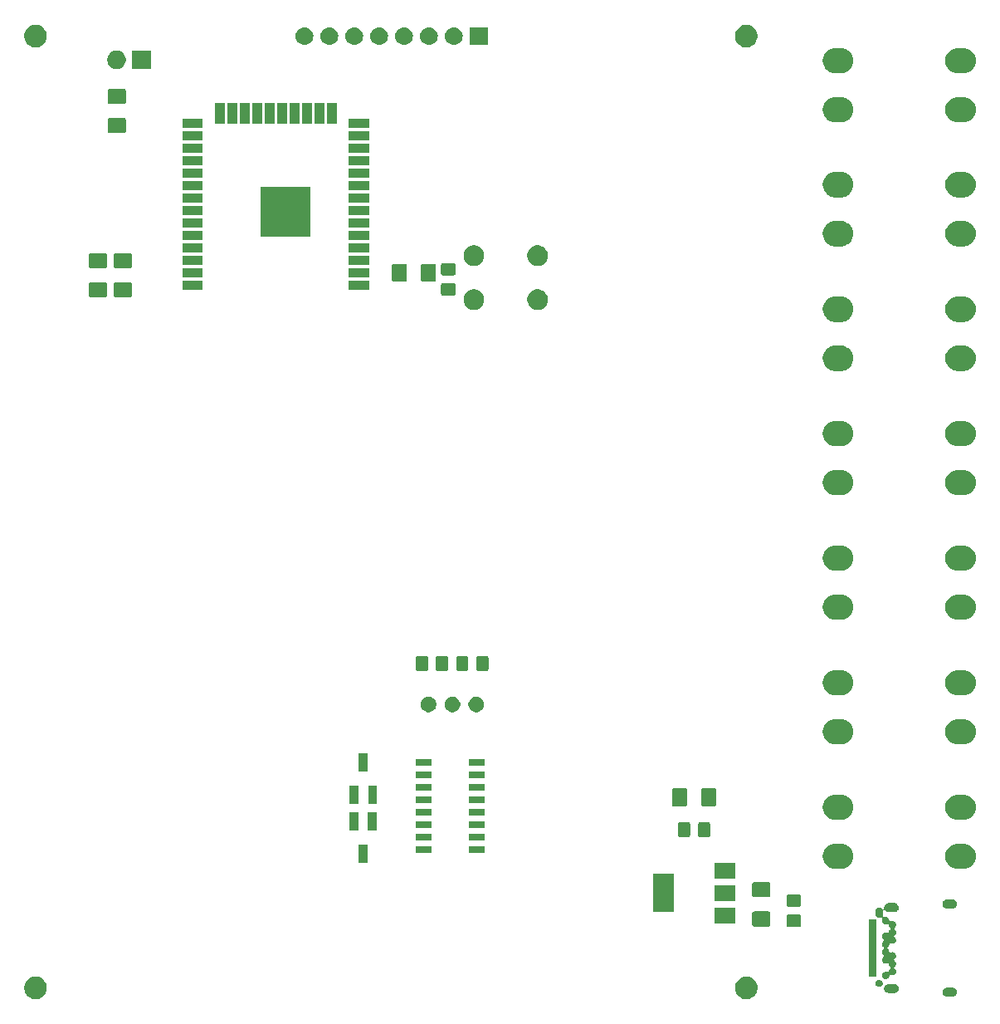
<source format=gbr>
%TF.GenerationSoftware,KiCad,Pcbnew,5.1.2*%
%TF.CreationDate,2019-07-09T23:39:58+10:00*%
%TF.ProjectId,eNo,654e6f2e-6b69-4636-9164-5f7063625858,rev?*%
%TF.SameCoordinates,Original*%
%TF.FileFunction,Soldermask,Top*%
%TF.FilePolarity,Negative*%
%FSLAX46Y46*%
G04 Gerber Fmt 4.6, Leading zero omitted, Abs format (unit mm)*
G04 Created by KiCad (PCBNEW 5.1.2) date 2019-07-09 23:39:58*
%MOMM*%
%LPD*%
G04 APERTURE LIST*
%ADD10C,0.100000*%
G04 APERTURE END LIST*
D10*
G36*
X194661549Y-151779116D02*
G01*
X194772734Y-151801232D01*
X194920850Y-151862584D01*
X194971796Y-151883686D01*
X194982203Y-151887997D01*
X195170720Y-152013960D01*
X195331040Y-152174280D01*
X195457003Y-152362797D01*
X195543768Y-152572266D01*
X195559937Y-152653552D01*
X195588000Y-152794635D01*
X195588000Y-153021365D01*
X195579835Y-153062411D01*
X195543768Y-153243734D01*
X195499417Y-153350807D01*
X195469758Y-153422411D01*
X195457003Y-153453203D01*
X195331040Y-153641720D01*
X195170720Y-153802040D01*
X194982203Y-153928003D01*
X194772734Y-154014768D01*
X194661549Y-154036884D01*
X194550365Y-154059000D01*
X194323635Y-154059000D01*
X194212451Y-154036884D01*
X194101266Y-154014768D01*
X193891797Y-153928003D01*
X193703280Y-153802040D01*
X193542960Y-153641720D01*
X193416997Y-153453203D01*
X193404243Y-153422411D01*
X193374583Y-153350807D01*
X193330232Y-153243734D01*
X193294165Y-153062411D01*
X193286000Y-153021365D01*
X193286000Y-152794635D01*
X193314063Y-152653552D01*
X193330232Y-152572266D01*
X193416997Y-152362797D01*
X193542960Y-152174280D01*
X193703280Y-152013960D01*
X193891797Y-151887997D01*
X193902205Y-151883686D01*
X193953150Y-151862584D01*
X194101266Y-151801232D01*
X194212451Y-151779116D01*
X194323635Y-151757000D01*
X194550365Y-151757000D01*
X194661549Y-151779116D01*
X194661549Y-151779116D01*
G37*
G36*
X122144549Y-151779116D02*
G01*
X122255734Y-151801232D01*
X122403850Y-151862584D01*
X122454796Y-151883686D01*
X122465203Y-151887997D01*
X122653720Y-152013960D01*
X122814040Y-152174280D01*
X122940003Y-152362797D01*
X123026768Y-152572266D01*
X123042937Y-152653552D01*
X123071000Y-152794635D01*
X123071000Y-153021365D01*
X123062835Y-153062411D01*
X123026768Y-153243734D01*
X122982417Y-153350807D01*
X122952758Y-153422411D01*
X122940003Y-153453203D01*
X122814040Y-153641720D01*
X122653720Y-153802040D01*
X122465203Y-153928003D01*
X122255734Y-154014768D01*
X122144549Y-154036884D01*
X122033365Y-154059000D01*
X121806635Y-154059000D01*
X121695451Y-154036884D01*
X121584266Y-154014768D01*
X121374797Y-153928003D01*
X121186280Y-153802040D01*
X121025960Y-153641720D01*
X120899997Y-153453203D01*
X120887243Y-153422411D01*
X120857583Y-153350807D01*
X120813232Y-153243734D01*
X120777165Y-153062411D01*
X120769000Y-153021365D01*
X120769000Y-152794635D01*
X120797063Y-152653552D01*
X120813232Y-152572266D01*
X120899997Y-152362797D01*
X121025960Y-152174280D01*
X121186280Y-152013960D01*
X121374797Y-151887997D01*
X121385205Y-151883686D01*
X121436150Y-151862584D01*
X121584266Y-151801232D01*
X121695451Y-151779116D01*
X121806635Y-151757000D01*
X122033365Y-151757000D01*
X122144549Y-151779116D01*
X122144549Y-151779116D01*
G37*
G36*
X215572410Y-152889525D02*
G01*
X215657426Y-152915314D01*
X215735775Y-152957193D01*
X215804449Y-153013551D01*
X215860807Y-153082225D01*
X215902686Y-153160574D01*
X215928475Y-153245590D01*
X215937182Y-153334000D01*
X215928475Y-153422410D01*
X215902686Y-153507426D01*
X215860807Y-153585775D01*
X215804449Y-153654449D01*
X215735775Y-153710807D01*
X215657426Y-153752686D01*
X215572410Y-153778475D01*
X215506158Y-153785000D01*
X214861842Y-153785000D01*
X214795590Y-153778475D01*
X214710574Y-153752686D01*
X214632225Y-153710807D01*
X214563551Y-153654449D01*
X214507193Y-153585775D01*
X214465314Y-153507426D01*
X214439525Y-153422410D01*
X214430818Y-153334000D01*
X214439525Y-153245590D01*
X214465314Y-153160574D01*
X214507193Y-153082225D01*
X214563551Y-153013551D01*
X214632225Y-152957193D01*
X214710574Y-152915314D01*
X214795590Y-152889525D01*
X214861842Y-152883000D01*
X215506158Y-152883000D01*
X215572410Y-152889525D01*
X215572410Y-152889525D01*
G37*
G36*
X209622410Y-152529525D02*
G01*
X209707426Y-152555314D01*
X209785775Y-152597193D01*
X209854449Y-152653551D01*
X209910807Y-152722225D01*
X209952686Y-152800574D01*
X209978475Y-152885590D01*
X209987182Y-152974000D01*
X209978475Y-153062410D01*
X209952686Y-153147426D01*
X209910807Y-153225775D01*
X209854449Y-153294449D01*
X209785775Y-153350807D01*
X209707426Y-153392686D01*
X209622410Y-153418475D01*
X209556158Y-153425000D01*
X208911842Y-153425000D01*
X208845590Y-153418475D01*
X208760574Y-153392686D01*
X208682225Y-153350807D01*
X208613551Y-153294449D01*
X208557193Y-153225775D01*
X208515314Y-153147426D01*
X208489525Y-153062410D01*
X208480818Y-152974000D01*
X208489525Y-152885590D01*
X208515314Y-152800574D01*
X208557193Y-152722225D01*
X208613551Y-152653551D01*
X208682225Y-152597193D01*
X208760574Y-152555314D01*
X208845590Y-152529525D01*
X208911842Y-152523000D01*
X209556158Y-152523000D01*
X209622410Y-152529525D01*
X209622410Y-152529525D01*
G37*
G36*
X208093672Y-152082449D02*
G01*
X208093674Y-152082450D01*
X208093675Y-152082450D01*
X208162103Y-152110793D01*
X208223686Y-152151942D01*
X208276058Y-152204314D01*
X208317207Y-152265897D01*
X208345550Y-152334325D01*
X208360000Y-152406967D01*
X208360000Y-152481033D01*
X208345550Y-152553675D01*
X208317207Y-152622103D01*
X208276058Y-152683686D01*
X208223686Y-152736058D01*
X208162103Y-152777207D01*
X208093675Y-152805550D01*
X208093674Y-152805550D01*
X208093672Y-152805551D01*
X208021034Y-152820000D01*
X207946966Y-152820000D01*
X207874328Y-152805551D01*
X207874326Y-152805550D01*
X207874325Y-152805550D01*
X207805897Y-152777207D01*
X207744314Y-152736058D01*
X207691942Y-152683686D01*
X207650793Y-152622103D01*
X207622450Y-152553675D01*
X207608000Y-152481033D01*
X207608000Y-152406967D01*
X207622450Y-152334325D01*
X207650793Y-152265897D01*
X207691942Y-152204314D01*
X207744314Y-152151942D01*
X207805897Y-152110793D01*
X207874325Y-152082450D01*
X207874326Y-152082450D01*
X207874328Y-152082449D01*
X207946966Y-152068000D01*
X208021034Y-152068000D01*
X208093672Y-152082449D01*
X208093672Y-152082449D01*
G37*
G36*
X209622410Y-144269525D02*
G01*
X209707426Y-144295314D01*
X209785775Y-144337193D01*
X209854449Y-144393551D01*
X209910807Y-144462225D01*
X209952686Y-144540574D01*
X209978475Y-144625590D01*
X209987182Y-144714000D01*
X209978475Y-144802410D01*
X209952686Y-144887426D01*
X209910807Y-144965775D01*
X209854449Y-145034449D01*
X209785775Y-145090807D01*
X209707426Y-145132686D01*
X209622410Y-145158475D01*
X209556158Y-145165000D01*
X208911842Y-145165000D01*
X208845590Y-145158475D01*
X208760574Y-145132686D01*
X208682225Y-145090807D01*
X208613551Y-145034448D01*
X208581625Y-144995546D01*
X208564298Y-144978219D01*
X208543923Y-144964605D01*
X208521285Y-144955228D01*
X208497251Y-144950447D01*
X208472747Y-144950447D01*
X208448714Y-144955227D01*
X208426075Y-144964605D01*
X208405701Y-144978218D01*
X208388374Y-144995545D01*
X208374760Y-145015920D01*
X208365383Y-145038558D01*
X208360602Y-145062592D01*
X208360000Y-145074844D01*
X208360000Y-145412471D01*
X208354560Y-145467704D01*
X208354559Y-145467706D01*
X208354559Y-145467709D01*
X208333059Y-145538585D01*
X208333058Y-145538586D01*
X208332379Y-145540825D01*
X208327599Y-145564859D01*
X208327599Y-145589363D01*
X208332379Y-145613396D01*
X208341757Y-145636035D01*
X208355370Y-145656409D01*
X208372697Y-145673736D01*
X208393072Y-145687350D01*
X208415710Y-145696728D01*
X208439744Y-145701508D01*
X208464248Y-145701508D01*
X208488281Y-145696728D01*
X208499831Y-145692595D01*
X208524326Y-145682449D01*
X208596966Y-145668000D01*
X208671034Y-145668000D01*
X208743672Y-145682449D01*
X208743674Y-145682450D01*
X208743675Y-145682450D01*
X208812103Y-145710793D01*
X208873686Y-145751942D01*
X208926058Y-145804314D01*
X208967207Y-145865897D01*
X208991399Y-145924304D01*
X208995551Y-145934327D01*
X209010472Y-146009338D01*
X209017585Y-146032786D01*
X209029136Y-146054397D01*
X209044682Y-146073339D01*
X209063624Y-146088884D01*
X209085234Y-146100435D01*
X209108683Y-146107548D01*
X209133069Y-146109950D01*
X209157456Y-146107548D01*
X209180904Y-146100435D01*
X209224326Y-146082449D01*
X209296966Y-146068000D01*
X209371034Y-146068000D01*
X209443672Y-146082449D01*
X209443674Y-146082450D01*
X209443675Y-146082450D01*
X209512103Y-146110793D01*
X209573686Y-146151942D01*
X209626058Y-146204314D01*
X209667207Y-146265897D01*
X209695550Y-146334325D01*
X209695551Y-146334328D01*
X209710000Y-146406966D01*
X209710000Y-146481034D01*
X209695551Y-146553672D01*
X209695550Y-146553674D01*
X209695550Y-146553675D01*
X209667207Y-146622103D01*
X209626058Y-146683686D01*
X209573686Y-146736058D01*
X209567679Y-146740072D01*
X209548744Y-146755612D01*
X209533199Y-146774553D01*
X209521647Y-146796164D01*
X209514534Y-146819613D01*
X209512132Y-146843999D01*
X209514534Y-146868385D01*
X209521647Y-146891834D01*
X209533197Y-146913445D01*
X209548743Y-146932387D01*
X209567679Y-146947928D01*
X209573686Y-146951942D01*
X209626058Y-147004314D01*
X209667207Y-147065897D01*
X209695550Y-147134325D01*
X209695551Y-147134328D01*
X209710000Y-147206966D01*
X209710000Y-147281034D01*
X209709719Y-147282449D01*
X209695550Y-147353675D01*
X209667207Y-147422103D01*
X209626058Y-147483686D01*
X209573686Y-147536058D01*
X209567679Y-147540072D01*
X209548744Y-147555612D01*
X209533199Y-147574553D01*
X209521647Y-147596164D01*
X209514534Y-147619613D01*
X209512132Y-147643999D01*
X209514534Y-147668385D01*
X209521647Y-147691834D01*
X209533197Y-147713445D01*
X209548743Y-147732387D01*
X209567679Y-147747928D01*
X209573686Y-147751942D01*
X209626058Y-147804314D01*
X209667207Y-147865897D01*
X209695550Y-147934325D01*
X209695551Y-147934328D01*
X209710000Y-148006966D01*
X209710000Y-148081034D01*
X209699785Y-148132388D01*
X209695550Y-148153675D01*
X209667207Y-148222103D01*
X209626058Y-148283686D01*
X209573686Y-148336058D01*
X209512103Y-148377207D01*
X209443675Y-148405550D01*
X209443674Y-148405550D01*
X209443672Y-148405551D01*
X209371034Y-148420000D01*
X209296966Y-148420000D01*
X209224326Y-148405551D01*
X209180904Y-148387565D01*
X209157455Y-148380452D01*
X209133069Y-148378050D01*
X209108683Y-148380452D01*
X209085234Y-148387565D01*
X209063624Y-148399116D01*
X209044682Y-148414661D01*
X209029136Y-148433603D01*
X209017585Y-148455214D01*
X209010472Y-148478662D01*
X208995551Y-148553673D01*
X208995550Y-148553675D01*
X208967207Y-148622103D01*
X208926058Y-148683686D01*
X208873686Y-148736058D01*
X208867679Y-148740072D01*
X208848744Y-148755612D01*
X208833199Y-148774553D01*
X208821647Y-148796164D01*
X208814534Y-148819613D01*
X208812132Y-148843999D01*
X208814534Y-148868385D01*
X208821647Y-148891834D01*
X208833197Y-148913445D01*
X208848743Y-148932387D01*
X208867679Y-148947928D01*
X208873686Y-148951942D01*
X208926058Y-149004314D01*
X208967207Y-149065897D01*
X208991399Y-149124304D01*
X208995551Y-149134327D01*
X209010472Y-149209338D01*
X209017585Y-149232786D01*
X209029136Y-149254397D01*
X209044682Y-149273339D01*
X209063624Y-149288884D01*
X209085234Y-149300435D01*
X209108683Y-149307548D01*
X209133069Y-149309950D01*
X209157456Y-149307548D01*
X209180904Y-149300435D01*
X209224326Y-149282449D01*
X209296966Y-149268000D01*
X209371034Y-149268000D01*
X209443672Y-149282449D01*
X209443674Y-149282450D01*
X209443675Y-149282450D01*
X209512103Y-149310793D01*
X209573686Y-149351942D01*
X209626058Y-149404314D01*
X209667207Y-149465897D01*
X209695550Y-149534325D01*
X209695551Y-149534328D01*
X209710000Y-149606966D01*
X209710000Y-149681034D01*
X209699785Y-149732388D01*
X209695550Y-149753675D01*
X209667207Y-149822103D01*
X209626058Y-149883686D01*
X209573686Y-149936058D01*
X209567679Y-149940072D01*
X209548744Y-149955612D01*
X209533199Y-149974553D01*
X209521647Y-149996164D01*
X209514534Y-150019613D01*
X209512132Y-150043999D01*
X209514534Y-150068385D01*
X209521647Y-150091834D01*
X209533197Y-150113445D01*
X209548743Y-150132387D01*
X209567679Y-150147928D01*
X209573686Y-150151942D01*
X209626058Y-150204314D01*
X209667207Y-150265897D01*
X209695550Y-150334325D01*
X209695551Y-150334328D01*
X209710000Y-150406966D01*
X209710000Y-150481034D01*
X209695551Y-150553672D01*
X209695550Y-150553674D01*
X209695550Y-150553675D01*
X209667207Y-150622103D01*
X209626058Y-150683686D01*
X209573686Y-150736058D01*
X209567679Y-150740072D01*
X209548744Y-150755612D01*
X209533199Y-150774553D01*
X209521647Y-150796164D01*
X209514534Y-150819613D01*
X209512132Y-150843999D01*
X209514534Y-150868385D01*
X209521647Y-150891834D01*
X209533197Y-150913445D01*
X209548743Y-150932387D01*
X209567679Y-150947928D01*
X209573686Y-150951942D01*
X209626058Y-151004314D01*
X209667207Y-151065897D01*
X209695550Y-151134325D01*
X209695551Y-151134328D01*
X209710000Y-151206966D01*
X209710000Y-151281034D01*
X209709719Y-151282449D01*
X209695550Y-151353675D01*
X209667207Y-151422103D01*
X209626058Y-151483686D01*
X209573686Y-151536058D01*
X209512103Y-151577207D01*
X209443675Y-151605550D01*
X209443674Y-151605550D01*
X209443672Y-151605551D01*
X209371034Y-151620000D01*
X209296966Y-151620000D01*
X209224326Y-151605551D01*
X209180904Y-151587565D01*
X209157455Y-151580452D01*
X209133069Y-151578050D01*
X209108683Y-151580452D01*
X209085234Y-151587565D01*
X209063624Y-151599116D01*
X209044682Y-151614661D01*
X209029136Y-151633603D01*
X209017585Y-151655214D01*
X209010472Y-151678662D01*
X208995551Y-151753673D01*
X208995550Y-151753675D01*
X208967207Y-151822103D01*
X208926058Y-151883686D01*
X208873686Y-151936058D01*
X208812103Y-151977207D01*
X208743675Y-152005550D01*
X208743674Y-152005550D01*
X208743672Y-152005551D01*
X208671034Y-152020000D01*
X208596966Y-152020000D01*
X208524328Y-152005551D01*
X208524326Y-152005550D01*
X208524325Y-152005550D01*
X208455897Y-151977207D01*
X208394314Y-151936058D01*
X208341942Y-151883686D01*
X208300793Y-151822103D01*
X208272450Y-151753675D01*
X208272450Y-151753674D01*
X208272449Y-151753672D01*
X208258000Y-151681034D01*
X208258000Y-151606966D01*
X208272449Y-151534328D01*
X208272450Y-151534325D01*
X208300793Y-151465897D01*
X208341942Y-151404314D01*
X208394314Y-151351942D01*
X208455897Y-151310793D01*
X208524325Y-151282450D01*
X208524326Y-151282450D01*
X208524328Y-151282449D01*
X208596966Y-151268000D01*
X208671034Y-151268000D01*
X208743674Y-151282449D01*
X208787096Y-151300435D01*
X208810545Y-151307548D01*
X208834931Y-151309950D01*
X208859317Y-151307548D01*
X208882766Y-151300435D01*
X208904376Y-151288884D01*
X208923318Y-151273339D01*
X208938864Y-151254397D01*
X208950415Y-151232786D01*
X208957528Y-151209338D01*
X208972449Y-151134327D01*
X208976601Y-151124304D01*
X209000793Y-151065897D01*
X209041942Y-151004314D01*
X209094314Y-150951942D01*
X209100321Y-150947928D01*
X209119256Y-150932388D01*
X209134801Y-150913447D01*
X209146353Y-150891836D01*
X209153466Y-150868387D01*
X209155868Y-150844001D01*
X209153466Y-150819615D01*
X209146353Y-150796166D01*
X209134803Y-150774555D01*
X209119257Y-150755613D01*
X209100321Y-150740072D01*
X209094314Y-150736058D01*
X209041942Y-150683686D01*
X209000793Y-150622103D01*
X208972450Y-150553675D01*
X208972449Y-150553673D01*
X208957528Y-150478662D01*
X208950415Y-150455214D01*
X208938864Y-150433603D01*
X208923318Y-150414661D01*
X208904376Y-150399116D01*
X208882766Y-150387565D01*
X208859317Y-150380452D01*
X208834931Y-150378050D01*
X208810544Y-150380452D01*
X208787096Y-150387565D01*
X208743674Y-150405551D01*
X208671034Y-150420000D01*
X208596966Y-150420000D01*
X208524328Y-150405551D01*
X208524326Y-150405550D01*
X208524325Y-150405550D01*
X208455897Y-150377207D01*
X208394314Y-150336058D01*
X208341942Y-150283686D01*
X208300793Y-150222103D01*
X208272450Y-150153675D01*
X208260149Y-150091834D01*
X208258000Y-150081034D01*
X208258000Y-150006966D01*
X208272449Y-149934328D01*
X208272450Y-149934325D01*
X208300793Y-149865897D01*
X208341942Y-149804314D01*
X208394314Y-149751942D01*
X208400321Y-149747928D01*
X208419256Y-149732388D01*
X208434801Y-149713447D01*
X208446353Y-149691836D01*
X208453466Y-149668387D01*
X208455868Y-149644001D01*
X208453466Y-149619615D01*
X208446353Y-149596166D01*
X208434803Y-149574555D01*
X208419257Y-149555613D01*
X208400321Y-149540072D01*
X208394314Y-149536058D01*
X208341942Y-149483686D01*
X208300793Y-149422103D01*
X208272450Y-149353675D01*
X208258282Y-149282449D01*
X208258000Y-149281034D01*
X208258000Y-149206966D01*
X208272449Y-149134328D01*
X208272450Y-149134325D01*
X208300793Y-149065897D01*
X208341942Y-149004314D01*
X208394314Y-148951942D01*
X208400321Y-148947928D01*
X208419256Y-148932388D01*
X208434801Y-148913447D01*
X208446353Y-148891836D01*
X208453466Y-148868387D01*
X208455868Y-148844001D01*
X208453466Y-148819615D01*
X208446353Y-148796166D01*
X208434803Y-148774555D01*
X208419257Y-148755613D01*
X208400321Y-148740072D01*
X208394314Y-148736058D01*
X208341942Y-148683686D01*
X208300793Y-148622103D01*
X208272450Y-148553675D01*
X208272450Y-148553674D01*
X208272449Y-148553672D01*
X208258000Y-148481034D01*
X208258000Y-148406966D01*
X208272449Y-148334328D01*
X208272450Y-148334325D01*
X208300793Y-148265897D01*
X208341942Y-148204314D01*
X208394314Y-148151942D01*
X208400321Y-148147928D01*
X208419256Y-148132388D01*
X208434801Y-148113447D01*
X208446353Y-148091836D01*
X208453466Y-148068387D01*
X208455868Y-148044001D01*
X208453466Y-148019615D01*
X208446353Y-147996166D01*
X208434803Y-147974555D01*
X208419257Y-147955613D01*
X208400321Y-147940072D01*
X208394314Y-147936058D01*
X208341942Y-147883686D01*
X208300793Y-147822103D01*
X208272450Y-147753675D01*
X208260149Y-147691834D01*
X208258000Y-147681034D01*
X208258000Y-147606966D01*
X208272449Y-147534328D01*
X208272450Y-147534325D01*
X208300793Y-147465897D01*
X208341942Y-147404314D01*
X208394314Y-147351942D01*
X208455897Y-147310793D01*
X208524325Y-147282450D01*
X208524326Y-147282450D01*
X208524328Y-147282449D01*
X208596966Y-147268000D01*
X208671034Y-147268000D01*
X208743674Y-147282449D01*
X208787096Y-147300435D01*
X208810545Y-147307548D01*
X208834931Y-147309950D01*
X208859317Y-147307548D01*
X208882766Y-147300435D01*
X208904376Y-147288884D01*
X208923318Y-147273339D01*
X208938864Y-147254397D01*
X208950415Y-147232786D01*
X208957528Y-147209338D01*
X208972449Y-147134327D01*
X208976601Y-147124304D01*
X209000793Y-147065897D01*
X209041942Y-147004314D01*
X209094314Y-146951942D01*
X209100321Y-146947928D01*
X209119256Y-146932388D01*
X209134801Y-146913447D01*
X209146353Y-146891836D01*
X209153466Y-146868387D01*
X209155868Y-146844001D01*
X209153466Y-146819615D01*
X209146353Y-146796166D01*
X209134803Y-146774555D01*
X209119257Y-146755613D01*
X209100321Y-146740072D01*
X209094314Y-146736058D01*
X209041942Y-146683686D01*
X209000793Y-146622103D01*
X208972450Y-146553675D01*
X208972449Y-146553673D01*
X208957528Y-146478662D01*
X208950415Y-146455214D01*
X208938864Y-146433603D01*
X208923318Y-146414661D01*
X208904376Y-146399116D01*
X208882766Y-146387565D01*
X208859317Y-146380452D01*
X208834931Y-146378050D01*
X208810544Y-146380452D01*
X208787096Y-146387565D01*
X208743674Y-146405551D01*
X208671034Y-146420000D01*
X208596966Y-146420000D01*
X208524328Y-146405551D01*
X208524326Y-146405550D01*
X208524325Y-146405550D01*
X208455897Y-146377207D01*
X208394314Y-146336058D01*
X208341942Y-146283686D01*
X208300793Y-146222103D01*
X208272450Y-146153675D01*
X208258282Y-146082449D01*
X208258000Y-146081034D01*
X208258000Y-146006966D01*
X208272449Y-145934326D01*
X208282595Y-145909831D01*
X208289708Y-145886382D01*
X208292110Y-145861996D01*
X208289708Y-145837610D01*
X208282595Y-145814161D01*
X208271044Y-145792550D01*
X208255499Y-145773608D01*
X208236557Y-145758063D01*
X208214946Y-145746512D01*
X208191497Y-145739399D01*
X208167111Y-145736997D01*
X208142725Y-145739399D01*
X208130825Y-145742380D01*
X208057710Y-145764560D01*
X207984000Y-145771819D01*
X207910293Y-145764560D01*
X207886286Y-145757277D01*
X207862253Y-145752496D01*
X207837749Y-145752496D01*
X207813715Y-145757276D01*
X207791076Y-145766653D01*
X207774001Y-145778062D01*
X207774992Y-145768001D01*
X207772590Y-145743615D01*
X207765477Y-145720166D01*
X207753926Y-145698555D01*
X207738381Y-145679613D01*
X207729291Y-145671375D01*
X207716842Y-145661159D01*
X207669855Y-145603904D01*
X207645123Y-145557633D01*
X207634941Y-145538585D01*
X207624191Y-145503147D01*
X207613440Y-145467708D01*
X207608000Y-145412472D01*
X207608000Y-145075529D01*
X207613440Y-145020291D01*
X207634940Y-144949417D01*
X207669855Y-144884094D01*
X207716841Y-144826841D01*
X207774096Y-144779854D01*
X207839415Y-144744940D01*
X207910290Y-144723440D01*
X207984000Y-144716181D01*
X208057709Y-144723440D01*
X208128583Y-144744940D01*
X208193906Y-144779855D01*
X208251158Y-144826841D01*
X208263355Y-144841703D01*
X208280682Y-144859030D01*
X208301056Y-144872644D01*
X208323695Y-144882021D01*
X208347728Y-144886802D01*
X208372232Y-144886802D01*
X208396265Y-144882022D01*
X208418904Y-144872645D01*
X208439279Y-144859031D01*
X208456606Y-144841704D01*
X208470220Y-144821330D01*
X208479597Y-144798691D01*
X208484378Y-144774658D01*
X208484378Y-144750154D01*
X208480818Y-144714001D01*
X208489525Y-144625590D01*
X208515314Y-144540574D01*
X208557193Y-144462225D01*
X208613551Y-144393551D01*
X208682225Y-144337193D01*
X208760574Y-144295314D01*
X208845590Y-144269525D01*
X208911842Y-144263000D01*
X209556158Y-144263000D01*
X209622410Y-144269525D01*
X209622410Y-144269525D01*
G37*
G36*
X207725000Y-145876893D02*
G01*
X207725000Y-151795000D01*
X206923000Y-151795000D01*
X206923000Y-145893000D01*
X207649993Y-145893000D01*
X207674379Y-145890598D01*
X207697828Y-145883485D01*
X207719439Y-145871934D01*
X207725487Y-145866970D01*
X207725000Y-145876893D01*
X207725000Y-145876893D01*
G37*
G36*
X199851674Y-145437465D02*
G01*
X199889367Y-145448899D01*
X199924103Y-145467466D01*
X199954548Y-145492452D01*
X199979534Y-145522897D01*
X199998101Y-145557633D01*
X200009535Y-145595326D01*
X200014000Y-145640661D01*
X200014000Y-146477339D01*
X200009535Y-146522674D01*
X199998101Y-146560367D01*
X199979534Y-146595103D01*
X199954548Y-146625548D01*
X199924103Y-146650534D01*
X199889367Y-146669101D01*
X199851674Y-146680535D01*
X199806339Y-146685000D01*
X198719661Y-146685000D01*
X198674326Y-146680535D01*
X198636633Y-146669101D01*
X198601897Y-146650534D01*
X198571452Y-146625548D01*
X198546466Y-146595103D01*
X198527899Y-146560367D01*
X198516465Y-146522674D01*
X198512000Y-146477339D01*
X198512000Y-145640661D01*
X198516465Y-145595326D01*
X198527899Y-145557633D01*
X198546466Y-145522897D01*
X198571452Y-145492452D01*
X198601897Y-145467466D01*
X198636633Y-145448899D01*
X198674326Y-145437465D01*
X198719661Y-145433000D01*
X199806339Y-145433000D01*
X199851674Y-145437465D01*
X199851674Y-145437465D01*
G37*
G36*
X196736562Y-145127181D02*
G01*
X196771481Y-145137774D01*
X196803663Y-145154976D01*
X196831873Y-145178127D01*
X196855024Y-145206337D01*
X196872226Y-145238519D01*
X196882819Y-145273438D01*
X196887000Y-145315895D01*
X196887000Y-146457105D01*
X196882819Y-146499562D01*
X196872226Y-146534481D01*
X196855024Y-146566663D01*
X196831873Y-146594873D01*
X196803663Y-146618024D01*
X196771481Y-146635226D01*
X196736562Y-146645819D01*
X196694105Y-146650000D01*
X195227895Y-146650000D01*
X195185438Y-146645819D01*
X195150519Y-146635226D01*
X195118337Y-146618024D01*
X195090127Y-146594873D01*
X195066976Y-146566663D01*
X195049774Y-146534481D01*
X195039181Y-146499562D01*
X195035000Y-146457105D01*
X195035000Y-145315895D01*
X195039181Y-145273438D01*
X195049774Y-145238519D01*
X195066976Y-145206337D01*
X195090127Y-145178127D01*
X195118337Y-145154976D01*
X195150519Y-145137774D01*
X195185438Y-145127181D01*
X195227895Y-145123000D01*
X196694105Y-145123000D01*
X196736562Y-145127181D01*
X196736562Y-145127181D01*
G37*
G36*
X193304000Y-146357000D02*
G01*
X191202000Y-146357000D01*
X191202000Y-144755000D01*
X193304000Y-144755000D01*
X193304000Y-146357000D01*
X193304000Y-146357000D01*
G37*
G36*
X187004000Y-145207000D02*
G01*
X184902000Y-145207000D01*
X184902000Y-141305000D01*
X187004000Y-141305000D01*
X187004000Y-145207000D01*
X187004000Y-145207000D01*
G37*
G36*
X215572410Y-143909525D02*
G01*
X215657426Y-143935314D01*
X215735775Y-143977193D01*
X215804449Y-144033551D01*
X215860807Y-144102225D01*
X215902686Y-144180574D01*
X215928475Y-144265590D01*
X215937182Y-144354000D01*
X215928475Y-144442410D01*
X215902686Y-144527426D01*
X215860807Y-144605775D01*
X215804449Y-144674449D01*
X215735775Y-144730807D01*
X215657426Y-144772686D01*
X215572410Y-144798475D01*
X215506158Y-144805000D01*
X214861842Y-144805000D01*
X214795590Y-144798475D01*
X214710574Y-144772686D01*
X214632225Y-144730807D01*
X214563551Y-144674449D01*
X214507193Y-144605775D01*
X214465314Y-144527426D01*
X214439525Y-144442410D01*
X214430818Y-144354000D01*
X214439525Y-144265590D01*
X214465314Y-144180574D01*
X214507193Y-144102225D01*
X214563551Y-144033551D01*
X214632225Y-143977193D01*
X214710574Y-143935314D01*
X214795590Y-143909525D01*
X214861842Y-143903000D01*
X215506158Y-143903000D01*
X215572410Y-143909525D01*
X215572410Y-143909525D01*
G37*
G36*
X199851674Y-143387465D02*
G01*
X199889367Y-143398899D01*
X199924103Y-143417466D01*
X199954548Y-143442452D01*
X199979534Y-143472897D01*
X199998101Y-143507633D01*
X200009535Y-143545326D01*
X200014000Y-143590661D01*
X200014000Y-144427339D01*
X200009535Y-144472674D01*
X199998101Y-144510367D01*
X199979534Y-144545103D01*
X199954548Y-144575548D01*
X199924103Y-144600534D01*
X199889367Y-144619101D01*
X199851674Y-144630535D01*
X199806339Y-144635000D01*
X198719661Y-144635000D01*
X198674326Y-144630535D01*
X198636633Y-144619101D01*
X198601897Y-144600534D01*
X198571452Y-144575548D01*
X198546466Y-144545103D01*
X198527899Y-144510367D01*
X198516465Y-144472674D01*
X198512000Y-144427339D01*
X198512000Y-143590661D01*
X198516465Y-143545326D01*
X198527899Y-143507633D01*
X198546466Y-143472897D01*
X198571452Y-143442452D01*
X198601897Y-143417466D01*
X198636633Y-143398899D01*
X198674326Y-143387465D01*
X198719661Y-143383000D01*
X199806339Y-143383000D01*
X199851674Y-143387465D01*
X199851674Y-143387465D01*
G37*
G36*
X193304000Y-144057000D02*
G01*
X191202000Y-144057000D01*
X191202000Y-142455000D01*
X193304000Y-142455000D01*
X193304000Y-144057000D01*
X193304000Y-144057000D01*
G37*
G36*
X196736562Y-142152181D02*
G01*
X196771481Y-142162774D01*
X196803663Y-142179976D01*
X196831873Y-142203127D01*
X196855024Y-142231337D01*
X196872226Y-142263519D01*
X196882819Y-142298438D01*
X196887000Y-142340895D01*
X196887000Y-143482105D01*
X196882819Y-143524562D01*
X196872226Y-143559481D01*
X196855024Y-143591663D01*
X196831873Y-143619873D01*
X196803663Y-143643024D01*
X196771481Y-143660226D01*
X196736562Y-143670819D01*
X196694105Y-143675000D01*
X195227895Y-143675000D01*
X195185438Y-143670819D01*
X195150519Y-143660226D01*
X195118337Y-143643024D01*
X195090127Y-143619873D01*
X195066976Y-143591663D01*
X195049774Y-143559481D01*
X195039181Y-143524562D01*
X195035000Y-143482105D01*
X195035000Y-142340895D01*
X195039181Y-142298438D01*
X195049774Y-142263519D01*
X195066976Y-142231337D01*
X195090127Y-142203127D01*
X195118337Y-142179976D01*
X195150519Y-142162774D01*
X195185438Y-142152181D01*
X195227895Y-142148000D01*
X196694105Y-142148000D01*
X196736562Y-142152181D01*
X196736562Y-142152181D01*
G37*
G36*
X193304000Y-141757000D02*
G01*
X191202000Y-141757000D01*
X191202000Y-140155000D01*
X193304000Y-140155000D01*
X193304000Y-141757000D01*
X193304000Y-141757000D01*
G37*
G36*
X216697473Y-138201413D02*
G01*
X216793040Y-138210825D01*
X217038280Y-138285218D01*
X217264294Y-138406025D01*
X217315899Y-138448376D01*
X217462397Y-138568603D01*
X217582624Y-138715101D01*
X217624975Y-138766706D01*
X217745782Y-138992720D01*
X217820175Y-139237960D01*
X217845294Y-139493000D01*
X217820175Y-139748040D01*
X217745782Y-139993280D01*
X217624975Y-140219294D01*
X217582624Y-140270899D01*
X217462397Y-140417397D01*
X217315899Y-140537624D01*
X217264294Y-140579975D01*
X217038280Y-140700782D01*
X216793040Y-140775175D01*
X216697472Y-140784588D01*
X216601906Y-140794000D01*
X215974094Y-140794000D01*
X215878528Y-140784588D01*
X215782960Y-140775175D01*
X215537720Y-140700782D01*
X215311706Y-140579975D01*
X215260101Y-140537624D01*
X215113603Y-140417397D01*
X214993376Y-140270899D01*
X214951025Y-140219294D01*
X214830218Y-139993280D01*
X214755825Y-139748040D01*
X214730706Y-139493000D01*
X214755825Y-139237960D01*
X214830218Y-138992720D01*
X214951025Y-138766706D01*
X214993376Y-138715101D01*
X215113603Y-138568603D01*
X215260101Y-138448376D01*
X215311706Y-138406025D01*
X215537720Y-138285218D01*
X215782960Y-138210825D01*
X215878527Y-138201413D01*
X215974094Y-138192000D01*
X216601906Y-138192000D01*
X216697473Y-138201413D01*
X216697473Y-138201413D01*
G37*
G36*
X204197473Y-138201413D02*
G01*
X204293040Y-138210825D01*
X204538280Y-138285218D01*
X204764294Y-138406025D01*
X204815899Y-138448376D01*
X204962397Y-138568603D01*
X205082624Y-138715101D01*
X205124975Y-138766706D01*
X205245782Y-138992720D01*
X205320175Y-139237960D01*
X205345294Y-139493000D01*
X205320175Y-139748040D01*
X205245782Y-139993280D01*
X205124975Y-140219294D01*
X205082624Y-140270899D01*
X204962397Y-140417397D01*
X204815899Y-140537624D01*
X204764294Y-140579975D01*
X204538280Y-140700782D01*
X204293040Y-140775175D01*
X204197472Y-140784588D01*
X204101906Y-140794000D01*
X203474094Y-140794000D01*
X203378528Y-140784588D01*
X203282960Y-140775175D01*
X203037720Y-140700782D01*
X202811706Y-140579975D01*
X202760101Y-140537624D01*
X202613603Y-140417397D01*
X202493376Y-140270899D01*
X202451025Y-140219294D01*
X202330218Y-139993280D01*
X202255825Y-139748040D01*
X202230706Y-139493000D01*
X202255825Y-139237960D01*
X202330218Y-138992720D01*
X202451025Y-138766706D01*
X202493376Y-138715101D01*
X202613603Y-138568603D01*
X202760101Y-138448376D01*
X202811706Y-138406025D01*
X203037720Y-138285218D01*
X203282960Y-138210825D01*
X203378527Y-138201413D01*
X203474094Y-138192000D01*
X204101906Y-138192000D01*
X204197473Y-138201413D01*
X204197473Y-138201413D01*
G37*
G36*
X155784700Y-140206500D02*
G01*
X154882700Y-140206500D01*
X154882700Y-138304500D01*
X155784700Y-138304500D01*
X155784700Y-140206500D01*
X155784700Y-140206500D01*
G37*
G36*
X162312000Y-139162000D02*
G01*
X160710000Y-139162000D01*
X160710000Y-138460000D01*
X162312000Y-138460000D01*
X162312000Y-139162000D01*
X162312000Y-139162000D01*
G37*
G36*
X167712000Y-139162000D02*
G01*
X166110000Y-139162000D01*
X166110000Y-138460000D01*
X167712000Y-138460000D01*
X167712000Y-139162000D01*
X167712000Y-139162000D01*
G37*
G36*
X162312000Y-137892000D02*
G01*
X160710000Y-137892000D01*
X160710000Y-137190000D01*
X162312000Y-137190000D01*
X162312000Y-137892000D01*
X162312000Y-137892000D01*
G37*
G36*
X167712000Y-137892000D02*
G01*
X166110000Y-137892000D01*
X166110000Y-137190000D01*
X167712000Y-137190000D01*
X167712000Y-137892000D01*
X167712000Y-137892000D01*
G37*
G36*
X188541674Y-136032465D02*
G01*
X188579367Y-136043899D01*
X188614103Y-136062466D01*
X188644548Y-136087452D01*
X188669534Y-136117897D01*
X188688101Y-136152633D01*
X188699535Y-136190326D01*
X188704000Y-136235661D01*
X188704000Y-137322339D01*
X188699535Y-137367674D01*
X188688101Y-137405367D01*
X188669534Y-137440103D01*
X188644548Y-137470548D01*
X188614103Y-137495534D01*
X188579367Y-137514101D01*
X188541674Y-137525535D01*
X188496339Y-137530000D01*
X187659661Y-137530000D01*
X187614326Y-137525535D01*
X187576633Y-137514101D01*
X187541897Y-137495534D01*
X187511452Y-137470548D01*
X187486466Y-137440103D01*
X187467899Y-137405367D01*
X187456465Y-137367674D01*
X187452000Y-137322339D01*
X187452000Y-136235661D01*
X187456465Y-136190326D01*
X187467899Y-136152633D01*
X187486466Y-136117897D01*
X187511452Y-136087452D01*
X187541897Y-136062466D01*
X187576633Y-136043899D01*
X187614326Y-136032465D01*
X187659661Y-136028000D01*
X188496339Y-136028000D01*
X188541674Y-136032465D01*
X188541674Y-136032465D01*
G37*
G36*
X190591674Y-136032465D02*
G01*
X190629367Y-136043899D01*
X190664103Y-136062466D01*
X190694548Y-136087452D01*
X190719534Y-136117897D01*
X190738101Y-136152633D01*
X190749535Y-136190326D01*
X190754000Y-136235661D01*
X190754000Y-137322339D01*
X190749535Y-137367674D01*
X190738101Y-137405367D01*
X190719534Y-137440103D01*
X190694548Y-137470548D01*
X190664103Y-137495534D01*
X190629367Y-137514101D01*
X190591674Y-137525535D01*
X190546339Y-137530000D01*
X189709661Y-137530000D01*
X189664326Y-137525535D01*
X189626633Y-137514101D01*
X189591897Y-137495534D01*
X189561452Y-137470548D01*
X189536466Y-137440103D01*
X189517899Y-137405367D01*
X189506465Y-137367674D01*
X189502000Y-137322339D01*
X189502000Y-136235661D01*
X189506465Y-136190326D01*
X189517899Y-136152633D01*
X189536466Y-136117897D01*
X189561452Y-136087452D01*
X189591897Y-136062466D01*
X189626633Y-136043899D01*
X189664326Y-136032465D01*
X189709661Y-136028000D01*
X190546339Y-136028000D01*
X190591674Y-136032465D01*
X190591674Y-136032465D01*
G37*
G36*
X156734700Y-136906500D02*
G01*
X155832700Y-136906500D01*
X155832700Y-135004500D01*
X156734700Y-135004500D01*
X156734700Y-136906500D01*
X156734700Y-136906500D01*
G37*
G36*
X154834700Y-136906500D02*
G01*
X153932700Y-136906500D01*
X153932700Y-135004500D01*
X154834700Y-135004500D01*
X154834700Y-136906500D01*
X154834700Y-136906500D01*
G37*
G36*
X162312000Y-136622000D02*
G01*
X160710000Y-136622000D01*
X160710000Y-135920000D01*
X162312000Y-135920000D01*
X162312000Y-136622000D01*
X162312000Y-136622000D01*
G37*
G36*
X167712000Y-136622000D02*
G01*
X166110000Y-136622000D01*
X166110000Y-135920000D01*
X167712000Y-135920000D01*
X167712000Y-136622000D01*
X167712000Y-136622000D01*
G37*
G36*
X216697472Y-133201412D02*
G01*
X216793040Y-133210825D01*
X217038280Y-133285218D01*
X217264294Y-133406025D01*
X217315899Y-133448376D01*
X217462397Y-133568603D01*
X217582624Y-133715101D01*
X217624975Y-133766706D01*
X217745782Y-133992720D01*
X217820175Y-134237960D01*
X217845294Y-134493000D01*
X217820175Y-134748040D01*
X217745782Y-134993280D01*
X217624975Y-135219294D01*
X217582624Y-135270899D01*
X217462397Y-135417397D01*
X217315899Y-135537624D01*
X217264294Y-135579975D01*
X217038280Y-135700782D01*
X216793040Y-135775175D01*
X216697472Y-135784588D01*
X216601906Y-135794000D01*
X215974094Y-135794000D01*
X215878528Y-135784588D01*
X215782960Y-135775175D01*
X215537720Y-135700782D01*
X215311706Y-135579975D01*
X215260101Y-135537624D01*
X215113603Y-135417397D01*
X214993376Y-135270899D01*
X214951025Y-135219294D01*
X214830218Y-134993280D01*
X214755825Y-134748040D01*
X214730706Y-134493000D01*
X214755825Y-134237960D01*
X214830218Y-133992720D01*
X214951025Y-133766706D01*
X214993376Y-133715101D01*
X215113603Y-133568603D01*
X215260101Y-133448376D01*
X215311706Y-133406025D01*
X215537720Y-133285218D01*
X215782960Y-133210825D01*
X215878528Y-133201412D01*
X215974094Y-133192000D01*
X216601906Y-133192000D01*
X216697472Y-133201412D01*
X216697472Y-133201412D01*
G37*
G36*
X204197472Y-133201412D02*
G01*
X204293040Y-133210825D01*
X204538280Y-133285218D01*
X204764294Y-133406025D01*
X204815899Y-133448376D01*
X204962397Y-133568603D01*
X205082624Y-133715101D01*
X205124975Y-133766706D01*
X205245782Y-133992720D01*
X205320175Y-134237960D01*
X205345294Y-134493000D01*
X205320175Y-134748040D01*
X205245782Y-134993280D01*
X205124975Y-135219294D01*
X205082624Y-135270899D01*
X204962397Y-135417397D01*
X204815899Y-135537624D01*
X204764294Y-135579975D01*
X204538280Y-135700782D01*
X204293040Y-135775175D01*
X204197472Y-135784588D01*
X204101906Y-135794000D01*
X203474094Y-135794000D01*
X203378528Y-135784588D01*
X203282960Y-135775175D01*
X203037720Y-135700782D01*
X202811706Y-135579975D01*
X202760101Y-135537624D01*
X202613603Y-135417397D01*
X202493376Y-135270899D01*
X202451025Y-135219294D01*
X202330218Y-134993280D01*
X202255825Y-134748040D01*
X202230706Y-134493000D01*
X202255825Y-134237960D01*
X202330218Y-133992720D01*
X202451025Y-133766706D01*
X202493376Y-133715101D01*
X202613603Y-133568603D01*
X202760101Y-133448376D01*
X202811706Y-133406025D01*
X203037720Y-133285218D01*
X203282960Y-133210825D01*
X203378528Y-133201412D01*
X203474094Y-133192000D01*
X204101906Y-133192000D01*
X204197472Y-133201412D01*
X204197472Y-133201412D01*
G37*
G36*
X162312000Y-135352000D02*
G01*
X160710000Y-135352000D01*
X160710000Y-134650000D01*
X162312000Y-134650000D01*
X162312000Y-135352000D01*
X162312000Y-135352000D01*
G37*
G36*
X167712000Y-135352000D02*
G01*
X166110000Y-135352000D01*
X166110000Y-134650000D01*
X167712000Y-134650000D01*
X167712000Y-135352000D01*
X167712000Y-135352000D01*
G37*
G36*
X188228562Y-132555181D02*
G01*
X188263481Y-132565774D01*
X188295663Y-132582976D01*
X188323873Y-132606127D01*
X188347024Y-132634337D01*
X188364226Y-132666519D01*
X188374819Y-132701438D01*
X188379000Y-132743895D01*
X188379000Y-134210105D01*
X188374819Y-134252562D01*
X188364226Y-134287481D01*
X188347024Y-134319663D01*
X188323873Y-134347873D01*
X188295663Y-134371024D01*
X188263481Y-134388226D01*
X188228562Y-134398819D01*
X188186105Y-134403000D01*
X187044895Y-134403000D01*
X187002438Y-134398819D01*
X186967519Y-134388226D01*
X186935337Y-134371024D01*
X186907127Y-134347873D01*
X186883976Y-134319663D01*
X186866774Y-134287481D01*
X186856181Y-134252562D01*
X186852000Y-134210105D01*
X186852000Y-132743895D01*
X186856181Y-132701438D01*
X186866774Y-132666519D01*
X186883976Y-132634337D01*
X186907127Y-132606127D01*
X186935337Y-132582976D01*
X186967519Y-132565774D01*
X187002438Y-132555181D01*
X187044895Y-132551000D01*
X188186105Y-132551000D01*
X188228562Y-132555181D01*
X188228562Y-132555181D01*
G37*
G36*
X191203562Y-132555181D02*
G01*
X191238481Y-132565774D01*
X191270663Y-132582976D01*
X191298873Y-132606127D01*
X191322024Y-132634337D01*
X191339226Y-132666519D01*
X191349819Y-132701438D01*
X191354000Y-132743895D01*
X191354000Y-134210105D01*
X191349819Y-134252562D01*
X191339226Y-134287481D01*
X191322024Y-134319663D01*
X191298873Y-134347873D01*
X191270663Y-134371024D01*
X191238481Y-134388226D01*
X191203562Y-134398819D01*
X191161105Y-134403000D01*
X190019895Y-134403000D01*
X189977438Y-134398819D01*
X189942519Y-134388226D01*
X189910337Y-134371024D01*
X189882127Y-134347873D01*
X189858976Y-134319663D01*
X189841774Y-134287481D01*
X189831181Y-134252562D01*
X189827000Y-134210105D01*
X189827000Y-132743895D01*
X189831181Y-132701438D01*
X189841774Y-132666519D01*
X189858976Y-132634337D01*
X189882127Y-132606127D01*
X189910337Y-132582976D01*
X189942519Y-132565774D01*
X189977438Y-132555181D01*
X190019895Y-132551000D01*
X191161105Y-132551000D01*
X191203562Y-132555181D01*
X191203562Y-132555181D01*
G37*
G36*
X156747400Y-134173000D02*
G01*
X155845400Y-134173000D01*
X155845400Y-132271000D01*
X156747400Y-132271000D01*
X156747400Y-134173000D01*
X156747400Y-134173000D01*
G37*
G36*
X154847400Y-134173000D02*
G01*
X153945400Y-134173000D01*
X153945400Y-132271000D01*
X154847400Y-132271000D01*
X154847400Y-134173000D01*
X154847400Y-134173000D01*
G37*
G36*
X167712000Y-134082000D02*
G01*
X166110000Y-134082000D01*
X166110000Y-133380000D01*
X167712000Y-133380000D01*
X167712000Y-134082000D01*
X167712000Y-134082000D01*
G37*
G36*
X162312000Y-134082000D02*
G01*
X160710000Y-134082000D01*
X160710000Y-133380000D01*
X162312000Y-133380000D01*
X162312000Y-134082000D01*
X162312000Y-134082000D01*
G37*
G36*
X162312000Y-132812000D02*
G01*
X160710000Y-132812000D01*
X160710000Y-132110000D01*
X162312000Y-132110000D01*
X162312000Y-132812000D01*
X162312000Y-132812000D01*
G37*
G36*
X167712000Y-132812000D02*
G01*
X166110000Y-132812000D01*
X166110000Y-132110000D01*
X167712000Y-132110000D01*
X167712000Y-132812000D01*
X167712000Y-132812000D01*
G37*
G36*
X167712000Y-131542000D02*
G01*
X166110000Y-131542000D01*
X166110000Y-130840000D01*
X167712000Y-130840000D01*
X167712000Y-131542000D01*
X167712000Y-131542000D01*
G37*
G36*
X162312000Y-131542000D02*
G01*
X160710000Y-131542000D01*
X160710000Y-130840000D01*
X162312000Y-130840000D01*
X162312000Y-131542000D01*
X162312000Y-131542000D01*
G37*
G36*
X155797400Y-130873000D02*
G01*
X154895400Y-130873000D01*
X154895400Y-128971000D01*
X155797400Y-128971000D01*
X155797400Y-130873000D01*
X155797400Y-130873000D01*
G37*
G36*
X167712000Y-130272000D02*
G01*
X166110000Y-130272000D01*
X166110000Y-129570000D01*
X167712000Y-129570000D01*
X167712000Y-130272000D01*
X167712000Y-130272000D01*
G37*
G36*
X162312000Y-130272000D02*
G01*
X160710000Y-130272000D01*
X160710000Y-129570000D01*
X162312000Y-129570000D01*
X162312000Y-130272000D01*
X162312000Y-130272000D01*
G37*
G36*
X216697473Y-125501413D02*
G01*
X216793040Y-125510825D01*
X217038280Y-125585218D01*
X217264294Y-125706025D01*
X217315899Y-125748376D01*
X217462397Y-125868603D01*
X217582624Y-126015101D01*
X217624975Y-126066706D01*
X217745782Y-126292720D01*
X217820175Y-126537960D01*
X217845294Y-126793000D01*
X217820175Y-127048040D01*
X217745782Y-127293280D01*
X217624975Y-127519294D01*
X217582624Y-127570899D01*
X217462397Y-127717397D01*
X217315899Y-127837624D01*
X217264294Y-127879975D01*
X217038280Y-128000782D01*
X216793040Y-128075175D01*
X216697473Y-128084587D01*
X216601906Y-128094000D01*
X215974094Y-128094000D01*
X215878527Y-128084587D01*
X215782960Y-128075175D01*
X215537720Y-128000782D01*
X215311706Y-127879975D01*
X215260101Y-127837624D01*
X215113603Y-127717397D01*
X214993376Y-127570899D01*
X214951025Y-127519294D01*
X214830218Y-127293280D01*
X214755825Y-127048040D01*
X214730706Y-126793000D01*
X214755825Y-126537960D01*
X214830218Y-126292720D01*
X214951025Y-126066706D01*
X214993376Y-126015101D01*
X215113603Y-125868603D01*
X215260101Y-125748376D01*
X215311706Y-125706025D01*
X215537720Y-125585218D01*
X215782960Y-125510825D01*
X215878527Y-125501413D01*
X215974094Y-125492000D01*
X216601906Y-125492000D01*
X216697473Y-125501413D01*
X216697473Y-125501413D01*
G37*
G36*
X204197473Y-125501413D02*
G01*
X204293040Y-125510825D01*
X204538280Y-125585218D01*
X204764294Y-125706025D01*
X204815899Y-125748376D01*
X204962397Y-125868603D01*
X205082624Y-126015101D01*
X205124975Y-126066706D01*
X205245782Y-126292720D01*
X205320175Y-126537960D01*
X205345294Y-126793000D01*
X205320175Y-127048040D01*
X205245782Y-127293280D01*
X205124975Y-127519294D01*
X205082624Y-127570899D01*
X204962397Y-127717397D01*
X204815899Y-127837624D01*
X204764294Y-127879975D01*
X204538280Y-128000782D01*
X204293040Y-128075175D01*
X204197473Y-128084587D01*
X204101906Y-128094000D01*
X203474094Y-128094000D01*
X203378527Y-128084587D01*
X203282960Y-128075175D01*
X203037720Y-128000782D01*
X202811706Y-127879975D01*
X202760101Y-127837624D01*
X202613603Y-127717397D01*
X202493376Y-127570899D01*
X202451025Y-127519294D01*
X202330218Y-127293280D01*
X202255825Y-127048040D01*
X202230706Y-126793000D01*
X202255825Y-126537960D01*
X202330218Y-126292720D01*
X202451025Y-126066706D01*
X202493376Y-126015101D01*
X202613603Y-125868603D01*
X202760101Y-125748376D01*
X202811706Y-125706025D01*
X203037720Y-125585218D01*
X203282960Y-125510825D01*
X203378527Y-125501413D01*
X203474094Y-125492000D01*
X204101906Y-125492000D01*
X204197473Y-125501413D01*
X204197473Y-125501413D01*
G37*
G36*
X167114842Y-123232581D02*
G01*
X167260614Y-123292962D01*
X167260616Y-123292963D01*
X167391808Y-123380622D01*
X167503378Y-123492192D01*
X167591037Y-123623384D01*
X167591038Y-123623386D01*
X167651419Y-123769158D01*
X167682200Y-123923907D01*
X167682200Y-124081693D01*
X167651419Y-124236442D01*
X167591038Y-124382214D01*
X167591037Y-124382216D01*
X167503378Y-124513408D01*
X167391808Y-124624978D01*
X167260616Y-124712637D01*
X167260615Y-124712638D01*
X167260614Y-124712638D01*
X167114842Y-124773019D01*
X166960093Y-124803800D01*
X166802307Y-124803800D01*
X166647558Y-124773019D01*
X166501786Y-124712638D01*
X166501785Y-124712638D01*
X166501784Y-124712637D01*
X166370592Y-124624978D01*
X166259022Y-124513408D01*
X166171363Y-124382216D01*
X166171362Y-124382214D01*
X166110981Y-124236442D01*
X166080200Y-124081693D01*
X166080200Y-123923907D01*
X166110981Y-123769158D01*
X166171362Y-123623386D01*
X166171363Y-123623384D01*
X166259022Y-123492192D01*
X166370592Y-123380622D01*
X166501784Y-123292963D01*
X166501786Y-123292962D01*
X166647558Y-123232581D01*
X166802307Y-123201800D01*
X166960093Y-123201800D01*
X167114842Y-123232581D01*
X167114842Y-123232581D01*
G37*
G36*
X164674842Y-123232581D02*
G01*
X164820614Y-123292962D01*
X164820616Y-123292963D01*
X164951808Y-123380622D01*
X165063378Y-123492192D01*
X165151037Y-123623384D01*
X165151038Y-123623386D01*
X165211419Y-123769158D01*
X165242200Y-123923907D01*
X165242200Y-124081693D01*
X165211419Y-124236442D01*
X165151038Y-124382214D01*
X165151037Y-124382216D01*
X165063378Y-124513408D01*
X164951808Y-124624978D01*
X164820616Y-124712637D01*
X164820615Y-124712638D01*
X164820614Y-124712638D01*
X164674842Y-124773019D01*
X164520093Y-124803800D01*
X164362307Y-124803800D01*
X164207558Y-124773019D01*
X164061786Y-124712638D01*
X164061785Y-124712638D01*
X164061784Y-124712637D01*
X163930592Y-124624978D01*
X163819022Y-124513408D01*
X163731363Y-124382216D01*
X163731362Y-124382214D01*
X163670981Y-124236442D01*
X163640200Y-124081693D01*
X163640200Y-123923907D01*
X163670981Y-123769158D01*
X163731362Y-123623386D01*
X163731363Y-123623384D01*
X163819022Y-123492192D01*
X163930592Y-123380622D01*
X164061784Y-123292963D01*
X164061786Y-123292962D01*
X164207558Y-123232581D01*
X164362307Y-123201800D01*
X164520093Y-123201800D01*
X164674842Y-123232581D01*
X164674842Y-123232581D01*
G37*
G36*
X162234842Y-123232581D02*
G01*
X162380614Y-123292962D01*
X162380616Y-123292963D01*
X162511808Y-123380622D01*
X162623378Y-123492192D01*
X162711037Y-123623384D01*
X162711038Y-123623386D01*
X162771419Y-123769158D01*
X162802200Y-123923907D01*
X162802200Y-124081693D01*
X162771419Y-124236442D01*
X162711038Y-124382214D01*
X162711037Y-124382216D01*
X162623378Y-124513408D01*
X162511808Y-124624978D01*
X162380616Y-124712637D01*
X162380615Y-124712638D01*
X162380614Y-124712638D01*
X162234842Y-124773019D01*
X162080093Y-124803800D01*
X161922307Y-124803800D01*
X161767558Y-124773019D01*
X161621786Y-124712638D01*
X161621785Y-124712638D01*
X161621784Y-124712637D01*
X161490592Y-124624978D01*
X161379022Y-124513408D01*
X161291363Y-124382216D01*
X161291362Y-124382214D01*
X161230981Y-124236442D01*
X161200200Y-124081693D01*
X161200200Y-123923907D01*
X161230981Y-123769158D01*
X161291362Y-123623386D01*
X161291363Y-123623384D01*
X161379022Y-123492192D01*
X161490592Y-123380622D01*
X161621784Y-123292963D01*
X161621786Y-123292962D01*
X161767558Y-123232581D01*
X161922307Y-123201800D01*
X162080093Y-123201800D01*
X162234842Y-123232581D01*
X162234842Y-123232581D01*
G37*
G36*
X216665901Y-120498303D02*
G01*
X216793040Y-120510825D01*
X217038280Y-120585218D01*
X217264294Y-120706025D01*
X217315899Y-120748376D01*
X217462397Y-120868603D01*
X217582624Y-121015101D01*
X217624975Y-121066706D01*
X217745782Y-121292720D01*
X217820175Y-121537960D01*
X217845294Y-121793000D01*
X217820175Y-122048040D01*
X217745782Y-122293280D01*
X217624975Y-122519294D01*
X217582624Y-122570899D01*
X217462397Y-122717397D01*
X217315899Y-122837624D01*
X217264294Y-122879975D01*
X217038280Y-123000782D01*
X216793040Y-123075175D01*
X216697472Y-123084588D01*
X216601906Y-123094000D01*
X215974094Y-123094000D01*
X215878528Y-123084588D01*
X215782960Y-123075175D01*
X215537720Y-123000782D01*
X215311706Y-122879975D01*
X215260101Y-122837624D01*
X215113603Y-122717397D01*
X214993376Y-122570899D01*
X214951025Y-122519294D01*
X214830218Y-122293280D01*
X214755825Y-122048040D01*
X214730706Y-121793000D01*
X214755825Y-121537960D01*
X214830218Y-121292720D01*
X214951025Y-121066706D01*
X214993376Y-121015101D01*
X215113603Y-120868603D01*
X215260101Y-120748376D01*
X215311706Y-120706025D01*
X215537720Y-120585218D01*
X215782960Y-120510825D01*
X215910099Y-120498303D01*
X215974094Y-120492000D01*
X216601906Y-120492000D01*
X216665901Y-120498303D01*
X216665901Y-120498303D01*
G37*
G36*
X204165901Y-120498303D02*
G01*
X204293040Y-120510825D01*
X204538280Y-120585218D01*
X204764294Y-120706025D01*
X204815899Y-120748376D01*
X204962397Y-120868603D01*
X205082624Y-121015101D01*
X205124975Y-121066706D01*
X205245782Y-121292720D01*
X205320175Y-121537960D01*
X205345294Y-121793000D01*
X205320175Y-122048040D01*
X205245782Y-122293280D01*
X205124975Y-122519294D01*
X205082624Y-122570899D01*
X204962397Y-122717397D01*
X204815899Y-122837624D01*
X204764294Y-122879975D01*
X204538280Y-123000782D01*
X204293040Y-123075175D01*
X204197472Y-123084588D01*
X204101906Y-123094000D01*
X203474094Y-123094000D01*
X203378528Y-123084588D01*
X203282960Y-123075175D01*
X203037720Y-123000782D01*
X202811706Y-122879975D01*
X202760101Y-122837624D01*
X202613603Y-122717397D01*
X202493376Y-122570899D01*
X202451025Y-122519294D01*
X202330218Y-122293280D01*
X202255825Y-122048040D01*
X202230706Y-121793000D01*
X202255825Y-121537960D01*
X202330218Y-121292720D01*
X202451025Y-121066706D01*
X202493376Y-121015101D01*
X202613603Y-120868603D01*
X202760101Y-120748376D01*
X202811706Y-120706025D01*
X203037720Y-120585218D01*
X203282960Y-120510825D01*
X203410099Y-120498303D01*
X203474094Y-120492000D01*
X204101906Y-120492000D01*
X204165901Y-120498303D01*
X204165901Y-120498303D01*
G37*
G36*
X165910274Y-119090665D02*
G01*
X165947967Y-119102099D01*
X165982703Y-119120666D01*
X166013148Y-119145652D01*
X166038134Y-119176097D01*
X166056701Y-119210833D01*
X166068135Y-119248526D01*
X166072600Y-119293861D01*
X166072600Y-120380539D01*
X166068135Y-120425874D01*
X166056701Y-120463567D01*
X166038134Y-120498303D01*
X166013148Y-120528748D01*
X165982703Y-120553734D01*
X165947967Y-120572301D01*
X165910274Y-120583735D01*
X165864939Y-120588200D01*
X165028261Y-120588200D01*
X164982926Y-120583735D01*
X164945233Y-120572301D01*
X164910497Y-120553734D01*
X164880052Y-120528748D01*
X164855066Y-120498303D01*
X164836499Y-120463567D01*
X164825065Y-120425874D01*
X164820600Y-120380539D01*
X164820600Y-119293861D01*
X164825065Y-119248526D01*
X164836499Y-119210833D01*
X164855066Y-119176097D01*
X164880052Y-119145652D01*
X164910497Y-119120666D01*
X164945233Y-119102099D01*
X164982926Y-119090665D01*
X165028261Y-119086200D01*
X165864939Y-119086200D01*
X165910274Y-119090665D01*
X165910274Y-119090665D01*
G37*
G36*
X163845474Y-119090665D02*
G01*
X163883167Y-119102099D01*
X163917903Y-119120666D01*
X163948348Y-119145652D01*
X163973334Y-119176097D01*
X163991901Y-119210833D01*
X164003335Y-119248526D01*
X164007800Y-119293861D01*
X164007800Y-120380539D01*
X164003335Y-120425874D01*
X163991901Y-120463567D01*
X163973334Y-120498303D01*
X163948348Y-120528748D01*
X163917903Y-120553734D01*
X163883167Y-120572301D01*
X163845474Y-120583735D01*
X163800139Y-120588200D01*
X162963461Y-120588200D01*
X162918126Y-120583735D01*
X162880433Y-120572301D01*
X162845697Y-120553734D01*
X162815252Y-120528748D01*
X162790266Y-120498303D01*
X162771699Y-120463567D01*
X162760265Y-120425874D01*
X162755800Y-120380539D01*
X162755800Y-119293861D01*
X162760265Y-119248526D01*
X162771699Y-119210833D01*
X162790266Y-119176097D01*
X162815252Y-119145652D01*
X162845697Y-119120666D01*
X162880433Y-119102099D01*
X162918126Y-119090665D01*
X162963461Y-119086200D01*
X163800139Y-119086200D01*
X163845474Y-119090665D01*
X163845474Y-119090665D01*
G37*
G36*
X161795474Y-119090665D02*
G01*
X161833167Y-119102099D01*
X161867903Y-119120666D01*
X161898348Y-119145652D01*
X161923334Y-119176097D01*
X161941901Y-119210833D01*
X161953335Y-119248526D01*
X161957800Y-119293861D01*
X161957800Y-120380539D01*
X161953335Y-120425874D01*
X161941901Y-120463567D01*
X161923334Y-120498303D01*
X161898348Y-120528748D01*
X161867903Y-120553734D01*
X161833167Y-120572301D01*
X161795474Y-120583735D01*
X161750139Y-120588200D01*
X160913461Y-120588200D01*
X160868126Y-120583735D01*
X160830433Y-120572301D01*
X160795697Y-120553734D01*
X160765252Y-120528748D01*
X160740266Y-120498303D01*
X160721699Y-120463567D01*
X160710265Y-120425874D01*
X160705800Y-120380539D01*
X160705800Y-119293861D01*
X160710265Y-119248526D01*
X160721699Y-119210833D01*
X160740266Y-119176097D01*
X160765252Y-119145652D01*
X160795697Y-119120666D01*
X160830433Y-119102099D01*
X160868126Y-119090665D01*
X160913461Y-119086200D01*
X161750139Y-119086200D01*
X161795474Y-119090665D01*
X161795474Y-119090665D01*
G37*
G36*
X167960274Y-119090665D02*
G01*
X167997967Y-119102099D01*
X168032703Y-119120666D01*
X168063148Y-119145652D01*
X168088134Y-119176097D01*
X168106701Y-119210833D01*
X168118135Y-119248526D01*
X168122600Y-119293861D01*
X168122600Y-120380539D01*
X168118135Y-120425874D01*
X168106701Y-120463567D01*
X168088134Y-120498303D01*
X168063148Y-120528748D01*
X168032703Y-120553734D01*
X167997967Y-120572301D01*
X167960274Y-120583735D01*
X167914939Y-120588200D01*
X167078261Y-120588200D01*
X167032926Y-120583735D01*
X166995233Y-120572301D01*
X166960497Y-120553734D01*
X166930052Y-120528748D01*
X166905066Y-120498303D01*
X166886499Y-120463567D01*
X166875065Y-120425874D01*
X166870600Y-120380539D01*
X166870600Y-119293861D01*
X166875065Y-119248526D01*
X166886499Y-119210833D01*
X166905066Y-119176097D01*
X166930052Y-119145652D01*
X166960497Y-119120666D01*
X166995233Y-119102099D01*
X167032926Y-119090665D01*
X167078261Y-119086200D01*
X167914939Y-119086200D01*
X167960274Y-119090665D01*
X167960274Y-119090665D01*
G37*
G36*
X216697472Y-112801412D02*
G01*
X216793040Y-112810825D01*
X217038280Y-112885218D01*
X217264294Y-113006025D01*
X217315899Y-113048376D01*
X217462397Y-113168603D01*
X217582624Y-113315101D01*
X217624975Y-113366706D01*
X217745782Y-113592720D01*
X217820175Y-113837960D01*
X217845294Y-114093000D01*
X217820175Y-114348040D01*
X217745782Y-114593280D01*
X217624975Y-114819294D01*
X217582624Y-114870899D01*
X217462397Y-115017397D01*
X217315899Y-115137624D01*
X217264294Y-115179975D01*
X217038280Y-115300782D01*
X216793040Y-115375175D01*
X216697472Y-115384588D01*
X216601906Y-115394000D01*
X215974094Y-115394000D01*
X215878528Y-115384588D01*
X215782960Y-115375175D01*
X215537720Y-115300782D01*
X215311706Y-115179975D01*
X215260101Y-115137624D01*
X215113603Y-115017397D01*
X214993376Y-114870899D01*
X214951025Y-114819294D01*
X214830218Y-114593280D01*
X214755825Y-114348040D01*
X214730706Y-114093000D01*
X214755825Y-113837960D01*
X214830218Y-113592720D01*
X214951025Y-113366706D01*
X214993376Y-113315101D01*
X215113603Y-113168603D01*
X215260101Y-113048376D01*
X215311706Y-113006025D01*
X215537720Y-112885218D01*
X215782960Y-112810825D01*
X215878528Y-112801412D01*
X215974094Y-112792000D01*
X216601906Y-112792000D01*
X216697472Y-112801412D01*
X216697472Y-112801412D01*
G37*
G36*
X204197472Y-112801412D02*
G01*
X204293040Y-112810825D01*
X204538280Y-112885218D01*
X204764294Y-113006025D01*
X204815899Y-113048376D01*
X204962397Y-113168603D01*
X205082624Y-113315101D01*
X205124975Y-113366706D01*
X205245782Y-113592720D01*
X205320175Y-113837960D01*
X205345294Y-114093000D01*
X205320175Y-114348040D01*
X205245782Y-114593280D01*
X205124975Y-114819294D01*
X205082624Y-114870899D01*
X204962397Y-115017397D01*
X204815899Y-115137624D01*
X204764294Y-115179975D01*
X204538280Y-115300782D01*
X204293040Y-115375175D01*
X204197472Y-115384588D01*
X204101906Y-115394000D01*
X203474094Y-115394000D01*
X203378528Y-115384588D01*
X203282960Y-115375175D01*
X203037720Y-115300782D01*
X202811706Y-115179975D01*
X202760101Y-115137624D01*
X202613603Y-115017397D01*
X202493376Y-114870899D01*
X202451025Y-114819294D01*
X202330218Y-114593280D01*
X202255825Y-114348040D01*
X202230706Y-114093000D01*
X202255825Y-113837960D01*
X202330218Y-113592720D01*
X202451025Y-113366706D01*
X202493376Y-113315101D01*
X202613603Y-113168603D01*
X202760101Y-113048376D01*
X202811706Y-113006025D01*
X203037720Y-112885218D01*
X203282960Y-112810825D01*
X203378528Y-112801412D01*
X203474094Y-112792000D01*
X204101906Y-112792000D01*
X204197472Y-112801412D01*
X204197472Y-112801412D01*
G37*
G36*
X216697472Y-107801412D02*
G01*
X216793040Y-107810825D01*
X217038280Y-107885218D01*
X217264294Y-108006025D01*
X217315899Y-108048376D01*
X217462397Y-108168603D01*
X217582624Y-108315101D01*
X217624975Y-108366706D01*
X217745782Y-108592720D01*
X217820175Y-108837960D01*
X217845294Y-109093000D01*
X217820175Y-109348040D01*
X217745782Y-109593280D01*
X217624975Y-109819294D01*
X217582624Y-109870899D01*
X217462397Y-110017397D01*
X217315899Y-110137624D01*
X217264294Y-110179975D01*
X217038280Y-110300782D01*
X216793040Y-110375175D01*
X216697472Y-110384588D01*
X216601906Y-110394000D01*
X215974094Y-110394000D01*
X215878528Y-110384588D01*
X215782960Y-110375175D01*
X215537720Y-110300782D01*
X215311706Y-110179975D01*
X215260101Y-110137624D01*
X215113603Y-110017397D01*
X214993376Y-109870899D01*
X214951025Y-109819294D01*
X214830218Y-109593280D01*
X214755825Y-109348040D01*
X214730706Y-109093000D01*
X214755825Y-108837960D01*
X214830218Y-108592720D01*
X214951025Y-108366706D01*
X214993376Y-108315101D01*
X215113603Y-108168603D01*
X215260101Y-108048376D01*
X215311706Y-108006025D01*
X215537720Y-107885218D01*
X215782960Y-107810825D01*
X215878528Y-107801412D01*
X215974094Y-107792000D01*
X216601906Y-107792000D01*
X216697472Y-107801412D01*
X216697472Y-107801412D01*
G37*
G36*
X204197472Y-107801412D02*
G01*
X204293040Y-107810825D01*
X204538280Y-107885218D01*
X204764294Y-108006025D01*
X204815899Y-108048376D01*
X204962397Y-108168603D01*
X205082624Y-108315101D01*
X205124975Y-108366706D01*
X205245782Y-108592720D01*
X205320175Y-108837960D01*
X205345294Y-109093000D01*
X205320175Y-109348040D01*
X205245782Y-109593280D01*
X205124975Y-109819294D01*
X205082624Y-109870899D01*
X204962397Y-110017397D01*
X204815899Y-110137624D01*
X204764294Y-110179975D01*
X204538280Y-110300782D01*
X204293040Y-110375175D01*
X204197472Y-110384588D01*
X204101906Y-110394000D01*
X203474094Y-110394000D01*
X203378528Y-110384588D01*
X203282960Y-110375175D01*
X203037720Y-110300782D01*
X202811706Y-110179975D01*
X202760101Y-110137624D01*
X202613603Y-110017397D01*
X202493376Y-109870899D01*
X202451025Y-109819294D01*
X202330218Y-109593280D01*
X202255825Y-109348040D01*
X202230706Y-109093000D01*
X202255825Y-108837960D01*
X202330218Y-108592720D01*
X202451025Y-108366706D01*
X202493376Y-108315101D01*
X202613603Y-108168603D01*
X202760101Y-108048376D01*
X202811706Y-108006025D01*
X203037720Y-107885218D01*
X203282960Y-107810825D01*
X203378528Y-107801412D01*
X203474094Y-107792000D01*
X204101906Y-107792000D01*
X204197472Y-107801412D01*
X204197472Y-107801412D01*
G37*
G36*
X204197472Y-100101412D02*
G01*
X204293040Y-100110825D01*
X204538280Y-100185218D01*
X204764294Y-100306025D01*
X204815899Y-100348376D01*
X204962397Y-100468603D01*
X205082624Y-100615101D01*
X205124975Y-100666706D01*
X205245782Y-100892720D01*
X205320175Y-101137960D01*
X205345294Y-101393000D01*
X205320175Y-101648040D01*
X205245782Y-101893280D01*
X205124975Y-102119294D01*
X205082624Y-102170899D01*
X204962397Y-102317397D01*
X204815899Y-102437624D01*
X204764294Y-102479975D01*
X204538280Y-102600782D01*
X204293040Y-102675175D01*
X204197472Y-102684588D01*
X204101906Y-102694000D01*
X203474094Y-102694000D01*
X203378528Y-102684588D01*
X203282960Y-102675175D01*
X203037720Y-102600782D01*
X202811706Y-102479975D01*
X202760101Y-102437624D01*
X202613603Y-102317397D01*
X202493376Y-102170899D01*
X202451025Y-102119294D01*
X202330218Y-101893280D01*
X202255825Y-101648040D01*
X202230706Y-101393000D01*
X202255825Y-101137960D01*
X202330218Y-100892720D01*
X202451025Y-100666706D01*
X202493376Y-100615101D01*
X202613603Y-100468603D01*
X202760101Y-100348376D01*
X202811706Y-100306025D01*
X203037720Y-100185218D01*
X203282960Y-100110825D01*
X203378528Y-100101412D01*
X203474094Y-100092000D01*
X204101906Y-100092000D01*
X204197472Y-100101412D01*
X204197472Y-100101412D01*
G37*
G36*
X216697472Y-100101412D02*
G01*
X216793040Y-100110825D01*
X217038280Y-100185218D01*
X217264294Y-100306025D01*
X217315899Y-100348376D01*
X217462397Y-100468603D01*
X217582624Y-100615101D01*
X217624975Y-100666706D01*
X217745782Y-100892720D01*
X217820175Y-101137960D01*
X217845294Y-101393000D01*
X217820175Y-101648040D01*
X217745782Y-101893280D01*
X217624975Y-102119294D01*
X217582624Y-102170899D01*
X217462397Y-102317397D01*
X217315899Y-102437624D01*
X217264294Y-102479975D01*
X217038280Y-102600782D01*
X216793040Y-102675175D01*
X216697472Y-102684588D01*
X216601906Y-102694000D01*
X215974094Y-102694000D01*
X215878528Y-102684588D01*
X215782960Y-102675175D01*
X215537720Y-102600782D01*
X215311706Y-102479975D01*
X215260101Y-102437624D01*
X215113603Y-102317397D01*
X214993376Y-102170899D01*
X214951025Y-102119294D01*
X214830218Y-101893280D01*
X214755825Y-101648040D01*
X214730706Y-101393000D01*
X214755825Y-101137960D01*
X214830218Y-100892720D01*
X214951025Y-100666706D01*
X214993376Y-100615101D01*
X215113603Y-100468603D01*
X215260101Y-100348376D01*
X215311706Y-100306025D01*
X215537720Y-100185218D01*
X215782960Y-100110825D01*
X215878528Y-100101412D01*
X215974094Y-100092000D01*
X216601906Y-100092000D01*
X216697472Y-100101412D01*
X216697472Y-100101412D01*
G37*
G36*
X216697473Y-95101413D02*
G01*
X216793040Y-95110825D01*
X217038280Y-95185218D01*
X217264294Y-95306025D01*
X217315899Y-95348376D01*
X217462397Y-95468603D01*
X217582624Y-95615101D01*
X217624975Y-95666706D01*
X217745782Y-95892720D01*
X217820175Y-96137960D01*
X217845294Y-96393000D01*
X217820175Y-96648040D01*
X217745782Y-96893280D01*
X217624975Y-97119294D01*
X217582624Y-97170899D01*
X217462397Y-97317397D01*
X217315899Y-97437624D01*
X217264294Y-97479975D01*
X217038280Y-97600782D01*
X216793040Y-97675175D01*
X216697472Y-97684588D01*
X216601906Y-97694000D01*
X215974094Y-97694000D01*
X215878528Y-97684588D01*
X215782960Y-97675175D01*
X215537720Y-97600782D01*
X215311706Y-97479975D01*
X215260101Y-97437624D01*
X215113603Y-97317397D01*
X214993376Y-97170899D01*
X214951025Y-97119294D01*
X214830218Y-96893280D01*
X214755825Y-96648040D01*
X214730706Y-96393000D01*
X214755825Y-96137960D01*
X214830218Y-95892720D01*
X214951025Y-95666706D01*
X214993376Y-95615101D01*
X215113603Y-95468603D01*
X215260101Y-95348376D01*
X215311706Y-95306025D01*
X215537720Y-95185218D01*
X215782960Y-95110825D01*
X215878528Y-95101412D01*
X215974094Y-95092000D01*
X216601906Y-95092000D01*
X216697473Y-95101413D01*
X216697473Y-95101413D01*
G37*
G36*
X204197473Y-95101413D02*
G01*
X204293040Y-95110825D01*
X204538280Y-95185218D01*
X204764294Y-95306025D01*
X204815899Y-95348376D01*
X204962397Y-95468603D01*
X205082624Y-95615101D01*
X205124975Y-95666706D01*
X205245782Y-95892720D01*
X205320175Y-96137960D01*
X205345294Y-96393000D01*
X205320175Y-96648040D01*
X205245782Y-96893280D01*
X205124975Y-97119294D01*
X205082624Y-97170899D01*
X204962397Y-97317397D01*
X204815899Y-97437624D01*
X204764294Y-97479975D01*
X204538280Y-97600782D01*
X204293040Y-97675175D01*
X204197472Y-97684588D01*
X204101906Y-97694000D01*
X203474094Y-97694000D01*
X203378528Y-97684588D01*
X203282960Y-97675175D01*
X203037720Y-97600782D01*
X202811706Y-97479975D01*
X202760101Y-97437624D01*
X202613603Y-97317397D01*
X202493376Y-97170899D01*
X202451025Y-97119294D01*
X202330218Y-96893280D01*
X202255825Y-96648040D01*
X202230706Y-96393000D01*
X202255825Y-96137960D01*
X202330218Y-95892720D01*
X202451025Y-95666706D01*
X202493376Y-95615101D01*
X202613603Y-95468603D01*
X202760101Y-95348376D01*
X202811706Y-95306025D01*
X203037720Y-95185218D01*
X203282960Y-95110825D01*
X203378528Y-95101412D01*
X203474094Y-95092000D01*
X204101906Y-95092000D01*
X204197473Y-95101413D01*
X204197473Y-95101413D01*
G37*
G36*
X216697473Y-87430613D02*
G01*
X216793040Y-87440025D01*
X217038280Y-87514418D01*
X217264294Y-87635225D01*
X217315899Y-87677576D01*
X217462397Y-87797803D01*
X217582624Y-87944301D01*
X217624975Y-87995906D01*
X217745782Y-88221920D01*
X217820175Y-88467160D01*
X217845294Y-88722200D01*
X217820175Y-88977240D01*
X217745782Y-89222480D01*
X217624975Y-89448494D01*
X217582624Y-89500099D01*
X217462397Y-89646597D01*
X217315899Y-89766824D01*
X217264294Y-89809175D01*
X217038280Y-89929982D01*
X216793040Y-90004375D01*
X216697473Y-90013787D01*
X216601906Y-90023200D01*
X215974094Y-90023200D01*
X215878527Y-90013787D01*
X215782960Y-90004375D01*
X215537720Y-89929982D01*
X215311706Y-89809175D01*
X215260101Y-89766824D01*
X215113603Y-89646597D01*
X214993376Y-89500099D01*
X214951025Y-89448494D01*
X214830218Y-89222480D01*
X214755825Y-88977240D01*
X214730706Y-88722200D01*
X214755825Y-88467160D01*
X214830218Y-88221920D01*
X214951025Y-87995906D01*
X214993376Y-87944301D01*
X215113603Y-87797803D01*
X215260101Y-87677576D01*
X215311706Y-87635225D01*
X215537720Y-87514418D01*
X215782960Y-87440025D01*
X215878527Y-87430613D01*
X215974094Y-87421200D01*
X216601906Y-87421200D01*
X216697473Y-87430613D01*
X216697473Y-87430613D01*
G37*
G36*
X204197473Y-87430613D02*
G01*
X204293040Y-87440025D01*
X204538280Y-87514418D01*
X204764294Y-87635225D01*
X204815899Y-87677576D01*
X204962397Y-87797803D01*
X205082624Y-87944301D01*
X205124975Y-87995906D01*
X205245782Y-88221920D01*
X205320175Y-88467160D01*
X205345294Y-88722200D01*
X205320175Y-88977240D01*
X205245782Y-89222480D01*
X205124975Y-89448494D01*
X205082624Y-89500099D01*
X204962397Y-89646597D01*
X204815899Y-89766824D01*
X204764294Y-89809175D01*
X204538280Y-89929982D01*
X204293040Y-90004375D01*
X204197473Y-90013787D01*
X204101906Y-90023200D01*
X203474094Y-90023200D01*
X203378527Y-90013787D01*
X203282960Y-90004375D01*
X203037720Y-89929982D01*
X202811706Y-89809175D01*
X202760101Y-89766824D01*
X202613603Y-89646597D01*
X202493376Y-89500099D01*
X202451025Y-89448494D01*
X202330218Y-89222480D01*
X202255825Y-88977240D01*
X202230706Y-88722200D01*
X202255825Y-88467160D01*
X202330218Y-88221920D01*
X202451025Y-87995906D01*
X202493376Y-87944301D01*
X202613603Y-87797803D01*
X202760101Y-87677576D01*
X202811706Y-87635225D01*
X203037720Y-87514418D01*
X203282960Y-87440025D01*
X203378527Y-87430613D01*
X203474094Y-87421200D01*
X204101906Y-87421200D01*
X204197473Y-87430613D01*
X204197473Y-87430613D01*
G37*
G36*
X204197473Y-82430613D02*
G01*
X204293040Y-82440025D01*
X204538280Y-82514418D01*
X204764294Y-82635225D01*
X204815899Y-82677576D01*
X204962397Y-82797803D01*
X205082624Y-82944301D01*
X205124975Y-82995906D01*
X205245782Y-83221920D01*
X205320175Y-83467160D01*
X205345294Y-83722200D01*
X205320175Y-83977240D01*
X205245782Y-84222480D01*
X205124975Y-84448494D01*
X205082624Y-84500099D01*
X204962397Y-84646597D01*
X204815899Y-84766824D01*
X204764294Y-84809175D01*
X204538280Y-84929982D01*
X204293040Y-85004375D01*
X204197473Y-85013787D01*
X204101906Y-85023200D01*
X203474094Y-85023200D01*
X203378527Y-85013787D01*
X203282960Y-85004375D01*
X203037720Y-84929982D01*
X202811706Y-84809175D01*
X202760101Y-84766824D01*
X202613603Y-84646597D01*
X202493376Y-84500099D01*
X202451025Y-84448494D01*
X202330218Y-84222480D01*
X202255825Y-83977240D01*
X202230706Y-83722200D01*
X202255825Y-83467160D01*
X202330218Y-83221920D01*
X202451025Y-82995906D01*
X202493376Y-82944301D01*
X202613603Y-82797803D01*
X202760101Y-82677576D01*
X202811706Y-82635225D01*
X203037720Y-82514418D01*
X203282960Y-82440025D01*
X203378527Y-82430613D01*
X203474094Y-82421200D01*
X204101906Y-82421200D01*
X204197473Y-82430613D01*
X204197473Y-82430613D01*
G37*
G36*
X216697473Y-82430613D02*
G01*
X216793040Y-82440025D01*
X217038280Y-82514418D01*
X217264294Y-82635225D01*
X217315899Y-82677576D01*
X217462397Y-82797803D01*
X217582624Y-82944301D01*
X217624975Y-82995906D01*
X217745782Y-83221920D01*
X217820175Y-83467160D01*
X217845294Y-83722200D01*
X217820175Y-83977240D01*
X217745782Y-84222480D01*
X217624975Y-84448494D01*
X217582624Y-84500099D01*
X217462397Y-84646597D01*
X217315899Y-84766824D01*
X217264294Y-84809175D01*
X217038280Y-84929982D01*
X216793040Y-85004375D01*
X216697472Y-85013788D01*
X216601906Y-85023200D01*
X215974094Y-85023200D01*
X215878527Y-85013787D01*
X215782960Y-85004375D01*
X215537720Y-84929982D01*
X215311706Y-84809175D01*
X215260101Y-84766824D01*
X215113603Y-84646597D01*
X214993376Y-84500099D01*
X214951025Y-84448494D01*
X214830218Y-84222480D01*
X214755825Y-83977240D01*
X214730706Y-83722200D01*
X214755825Y-83467160D01*
X214830218Y-83221920D01*
X214951025Y-82995906D01*
X214993376Y-82944301D01*
X215113603Y-82797803D01*
X215260101Y-82677576D01*
X215311706Y-82635225D01*
X215537720Y-82514418D01*
X215782960Y-82440025D01*
X215878527Y-82430613D01*
X215974094Y-82421200D01*
X216601906Y-82421200D01*
X216697473Y-82430613D01*
X216697473Y-82430613D01*
G37*
G36*
X166932964Y-81742589D02*
G01*
X167124233Y-81821815D01*
X167124235Y-81821816D01*
X167296373Y-81936835D01*
X167442765Y-82083227D01*
X167557785Y-82255367D01*
X167637011Y-82446636D01*
X167677400Y-82649684D01*
X167677400Y-82856716D01*
X167637011Y-83059764D01*
X167569845Y-83221918D01*
X167557784Y-83251035D01*
X167442765Y-83423173D01*
X167296373Y-83569565D01*
X167124235Y-83684584D01*
X167124234Y-83684585D01*
X167124233Y-83684585D01*
X166932964Y-83763811D01*
X166729916Y-83804200D01*
X166522884Y-83804200D01*
X166319836Y-83763811D01*
X166128567Y-83684585D01*
X166128566Y-83684585D01*
X166128565Y-83684584D01*
X165956427Y-83569565D01*
X165810035Y-83423173D01*
X165695016Y-83251035D01*
X165682955Y-83221918D01*
X165615789Y-83059764D01*
X165575400Y-82856716D01*
X165575400Y-82649684D01*
X165615789Y-82446636D01*
X165695015Y-82255367D01*
X165810035Y-82083227D01*
X165956427Y-81936835D01*
X166128565Y-81821816D01*
X166128567Y-81821815D01*
X166319836Y-81742589D01*
X166522884Y-81702200D01*
X166729916Y-81702200D01*
X166932964Y-81742589D01*
X166932964Y-81742589D01*
G37*
G36*
X173432964Y-81742589D02*
G01*
X173624233Y-81821815D01*
X173624235Y-81821816D01*
X173796373Y-81936835D01*
X173942765Y-82083227D01*
X174057785Y-82255367D01*
X174137011Y-82446636D01*
X174177400Y-82649684D01*
X174177400Y-82856716D01*
X174137011Y-83059764D01*
X174069845Y-83221918D01*
X174057784Y-83251035D01*
X173942765Y-83423173D01*
X173796373Y-83569565D01*
X173624235Y-83684584D01*
X173624234Y-83684585D01*
X173624233Y-83684585D01*
X173432964Y-83763811D01*
X173229916Y-83804200D01*
X173022884Y-83804200D01*
X172819836Y-83763811D01*
X172628567Y-83684585D01*
X172628566Y-83684585D01*
X172628565Y-83684584D01*
X172456427Y-83569565D01*
X172310035Y-83423173D01*
X172195016Y-83251035D01*
X172182955Y-83221918D01*
X172115789Y-83059764D01*
X172075400Y-82856716D01*
X172075400Y-82649684D01*
X172115789Y-82446636D01*
X172195015Y-82255367D01*
X172310035Y-82083227D01*
X172456427Y-81936835D01*
X172628565Y-81821816D01*
X172628567Y-81821815D01*
X172819836Y-81742589D01*
X173022884Y-81702200D01*
X173229916Y-81702200D01*
X173432964Y-81742589D01*
X173432964Y-81742589D01*
G37*
G36*
X129045562Y-80992181D02*
G01*
X129080481Y-81002774D01*
X129112663Y-81019976D01*
X129140873Y-81043127D01*
X129164024Y-81071337D01*
X129181226Y-81103519D01*
X129191819Y-81138438D01*
X129196000Y-81180895D01*
X129196000Y-82322105D01*
X129191819Y-82364562D01*
X129181226Y-82399481D01*
X129164024Y-82431663D01*
X129140873Y-82459873D01*
X129112663Y-82483024D01*
X129080481Y-82500226D01*
X129045562Y-82510819D01*
X129003105Y-82515000D01*
X127536895Y-82515000D01*
X127494438Y-82510819D01*
X127459519Y-82500226D01*
X127427337Y-82483024D01*
X127399127Y-82459873D01*
X127375976Y-82431663D01*
X127358774Y-82399481D01*
X127348181Y-82364562D01*
X127344000Y-82322105D01*
X127344000Y-81180895D01*
X127348181Y-81138438D01*
X127358774Y-81103519D01*
X127375976Y-81071337D01*
X127399127Y-81043127D01*
X127427337Y-81019976D01*
X127459519Y-81002774D01*
X127494438Y-80992181D01*
X127536895Y-80988000D01*
X129003105Y-80988000D01*
X129045562Y-80992181D01*
X129045562Y-80992181D01*
G37*
G36*
X131585562Y-80992181D02*
G01*
X131620481Y-81002774D01*
X131652663Y-81019976D01*
X131680873Y-81043127D01*
X131704024Y-81071337D01*
X131721226Y-81103519D01*
X131731819Y-81138438D01*
X131736000Y-81180895D01*
X131736000Y-82322105D01*
X131731819Y-82364562D01*
X131721226Y-82399481D01*
X131704024Y-82431663D01*
X131680873Y-82459873D01*
X131652663Y-82483024D01*
X131620481Y-82500226D01*
X131585562Y-82510819D01*
X131543105Y-82515000D01*
X130076895Y-82515000D01*
X130034438Y-82510819D01*
X129999519Y-82500226D01*
X129967337Y-82483024D01*
X129939127Y-82459873D01*
X129915976Y-82431663D01*
X129898774Y-82399481D01*
X129888181Y-82364562D01*
X129884000Y-82322105D01*
X129884000Y-81180895D01*
X129888181Y-81138438D01*
X129898774Y-81103519D01*
X129915976Y-81071337D01*
X129939127Y-81043127D01*
X129967337Y-81019976D01*
X129999519Y-81002774D01*
X130034438Y-80992181D01*
X130076895Y-80988000D01*
X131543105Y-80988000D01*
X131585562Y-80992181D01*
X131585562Y-80992181D01*
G37*
G36*
X164621874Y-81073865D02*
G01*
X164659567Y-81085299D01*
X164694303Y-81103866D01*
X164724748Y-81128852D01*
X164749734Y-81159297D01*
X164768301Y-81194033D01*
X164779735Y-81231726D01*
X164784200Y-81277061D01*
X164784200Y-82113739D01*
X164779735Y-82159074D01*
X164768301Y-82196767D01*
X164749734Y-82231503D01*
X164724748Y-82261948D01*
X164694303Y-82286934D01*
X164659567Y-82305501D01*
X164621874Y-82316935D01*
X164576539Y-82321400D01*
X163489861Y-82321400D01*
X163444526Y-82316935D01*
X163406833Y-82305501D01*
X163372097Y-82286934D01*
X163341652Y-82261948D01*
X163316666Y-82231503D01*
X163298099Y-82196767D01*
X163286665Y-82159074D01*
X163282200Y-82113739D01*
X163282200Y-81277061D01*
X163286665Y-81231726D01*
X163298099Y-81194033D01*
X163316666Y-81159297D01*
X163341652Y-81128852D01*
X163372097Y-81103866D01*
X163406833Y-81085299D01*
X163444526Y-81073865D01*
X163489861Y-81069400D01*
X164576539Y-81069400D01*
X164621874Y-81073865D01*
X164621874Y-81073865D01*
G37*
G36*
X155982000Y-81781000D02*
G01*
X153880000Y-81781000D01*
X153880000Y-80779000D01*
X155982000Y-80779000D01*
X155982000Y-81781000D01*
X155982000Y-81781000D01*
G37*
G36*
X138982000Y-81781000D02*
G01*
X136880000Y-81781000D01*
X136880000Y-80779000D01*
X138982000Y-80779000D01*
X138982000Y-81781000D01*
X138982000Y-81781000D01*
G37*
G36*
X162628562Y-79088181D02*
G01*
X162663481Y-79098774D01*
X162695663Y-79115976D01*
X162723873Y-79139127D01*
X162747024Y-79167337D01*
X162764226Y-79199519D01*
X162774819Y-79234438D01*
X162779000Y-79276895D01*
X162779000Y-80743105D01*
X162774819Y-80785562D01*
X162764226Y-80820481D01*
X162747024Y-80852663D01*
X162723873Y-80880873D01*
X162695663Y-80904024D01*
X162663481Y-80921226D01*
X162628562Y-80931819D01*
X162586105Y-80936000D01*
X161444895Y-80936000D01*
X161402438Y-80931819D01*
X161367519Y-80921226D01*
X161335337Y-80904024D01*
X161307127Y-80880873D01*
X161283976Y-80852663D01*
X161266774Y-80820481D01*
X161256181Y-80785562D01*
X161252000Y-80743105D01*
X161252000Y-79276895D01*
X161256181Y-79234438D01*
X161266774Y-79199519D01*
X161283976Y-79167337D01*
X161307127Y-79139127D01*
X161335337Y-79115976D01*
X161367519Y-79098774D01*
X161402438Y-79088181D01*
X161444895Y-79084000D01*
X162586105Y-79084000D01*
X162628562Y-79088181D01*
X162628562Y-79088181D01*
G37*
G36*
X159653562Y-79088181D02*
G01*
X159688481Y-79098774D01*
X159720663Y-79115976D01*
X159748873Y-79139127D01*
X159772024Y-79167337D01*
X159789226Y-79199519D01*
X159799819Y-79234438D01*
X159804000Y-79276895D01*
X159804000Y-80743105D01*
X159799819Y-80785562D01*
X159789226Y-80820481D01*
X159772024Y-80852663D01*
X159748873Y-80880873D01*
X159720663Y-80904024D01*
X159688481Y-80921226D01*
X159653562Y-80931819D01*
X159611105Y-80936000D01*
X158469895Y-80936000D01*
X158427438Y-80931819D01*
X158392519Y-80921226D01*
X158360337Y-80904024D01*
X158332127Y-80880873D01*
X158308976Y-80852663D01*
X158291774Y-80820481D01*
X158281181Y-80785562D01*
X158277000Y-80743105D01*
X158277000Y-79276895D01*
X158281181Y-79234438D01*
X158291774Y-79199519D01*
X158308976Y-79167337D01*
X158332127Y-79139127D01*
X158360337Y-79115976D01*
X158392519Y-79098774D01*
X158427438Y-79088181D01*
X158469895Y-79084000D01*
X159611105Y-79084000D01*
X159653562Y-79088181D01*
X159653562Y-79088181D01*
G37*
G36*
X138982000Y-80511000D02*
G01*
X136880000Y-80511000D01*
X136880000Y-79509000D01*
X138982000Y-79509000D01*
X138982000Y-80511000D01*
X138982000Y-80511000D01*
G37*
G36*
X155982000Y-80511000D02*
G01*
X153880000Y-80511000D01*
X153880000Y-79509000D01*
X155982000Y-79509000D01*
X155982000Y-80511000D01*
X155982000Y-80511000D01*
G37*
G36*
X164621874Y-79023865D02*
G01*
X164659567Y-79035299D01*
X164694303Y-79053866D01*
X164724748Y-79078852D01*
X164749734Y-79109297D01*
X164768301Y-79144033D01*
X164779735Y-79181726D01*
X164784200Y-79227061D01*
X164784200Y-80063739D01*
X164779735Y-80109074D01*
X164768301Y-80146767D01*
X164749734Y-80181503D01*
X164724748Y-80211948D01*
X164694303Y-80236934D01*
X164659567Y-80255501D01*
X164621874Y-80266935D01*
X164576539Y-80271400D01*
X163489861Y-80271400D01*
X163444526Y-80266935D01*
X163406833Y-80255501D01*
X163372097Y-80236934D01*
X163341652Y-80211948D01*
X163316666Y-80181503D01*
X163298099Y-80146767D01*
X163286665Y-80109074D01*
X163282200Y-80063739D01*
X163282200Y-79227061D01*
X163286665Y-79181726D01*
X163298099Y-79144033D01*
X163316666Y-79109297D01*
X163341652Y-79078852D01*
X163372097Y-79053866D01*
X163406833Y-79035299D01*
X163444526Y-79023865D01*
X163489861Y-79019400D01*
X164576539Y-79019400D01*
X164621874Y-79023865D01*
X164621874Y-79023865D01*
G37*
G36*
X131585562Y-78017181D02*
G01*
X131620481Y-78027774D01*
X131652663Y-78044976D01*
X131680873Y-78068127D01*
X131704024Y-78096337D01*
X131721226Y-78128519D01*
X131731819Y-78163438D01*
X131736000Y-78205895D01*
X131736000Y-79347105D01*
X131731819Y-79389562D01*
X131721226Y-79424481D01*
X131704024Y-79456663D01*
X131680873Y-79484873D01*
X131652663Y-79508024D01*
X131620481Y-79525226D01*
X131585562Y-79535819D01*
X131543105Y-79540000D01*
X130076895Y-79540000D01*
X130034438Y-79535819D01*
X129999519Y-79525226D01*
X129967337Y-79508024D01*
X129939127Y-79484873D01*
X129915976Y-79456663D01*
X129898774Y-79424481D01*
X129888181Y-79389562D01*
X129884000Y-79347105D01*
X129884000Y-78205895D01*
X129888181Y-78163438D01*
X129898774Y-78128519D01*
X129915976Y-78096337D01*
X129939127Y-78068127D01*
X129967337Y-78044976D01*
X129999519Y-78027774D01*
X130034438Y-78017181D01*
X130076895Y-78013000D01*
X131543105Y-78013000D01*
X131585562Y-78017181D01*
X131585562Y-78017181D01*
G37*
G36*
X129045562Y-78017181D02*
G01*
X129080481Y-78027774D01*
X129112663Y-78044976D01*
X129140873Y-78068127D01*
X129164024Y-78096337D01*
X129181226Y-78128519D01*
X129191819Y-78163438D01*
X129196000Y-78205895D01*
X129196000Y-79347105D01*
X129191819Y-79389562D01*
X129181226Y-79424481D01*
X129164024Y-79456663D01*
X129140873Y-79484873D01*
X129112663Y-79508024D01*
X129080481Y-79525226D01*
X129045562Y-79535819D01*
X129003105Y-79540000D01*
X127536895Y-79540000D01*
X127494438Y-79535819D01*
X127459519Y-79525226D01*
X127427337Y-79508024D01*
X127399127Y-79484873D01*
X127375976Y-79456663D01*
X127358774Y-79424481D01*
X127348181Y-79389562D01*
X127344000Y-79347105D01*
X127344000Y-78205895D01*
X127348181Y-78163438D01*
X127358774Y-78128519D01*
X127375976Y-78096337D01*
X127399127Y-78068127D01*
X127427337Y-78044976D01*
X127459519Y-78027774D01*
X127494438Y-78017181D01*
X127536895Y-78013000D01*
X129003105Y-78013000D01*
X129045562Y-78017181D01*
X129045562Y-78017181D01*
G37*
G36*
X166932964Y-77242589D02*
G01*
X167124233Y-77321815D01*
X167124235Y-77321816D01*
X167126306Y-77323200D01*
X167296373Y-77436835D01*
X167442765Y-77583227D01*
X167557785Y-77755367D01*
X167637011Y-77946636D01*
X167677400Y-78149684D01*
X167677400Y-78356716D01*
X167637011Y-78559764D01*
X167557785Y-78751033D01*
X167557784Y-78751035D01*
X167442765Y-78923173D01*
X167296373Y-79069565D01*
X167124235Y-79184584D01*
X167124234Y-79184585D01*
X167124233Y-79184585D01*
X166932964Y-79263811D01*
X166729916Y-79304200D01*
X166522884Y-79304200D01*
X166319836Y-79263811D01*
X166128567Y-79184585D01*
X166128566Y-79184585D01*
X166128565Y-79184584D01*
X165956427Y-79069565D01*
X165810035Y-78923173D01*
X165695016Y-78751035D01*
X165695015Y-78751033D01*
X165615789Y-78559764D01*
X165575400Y-78356716D01*
X165575400Y-78149684D01*
X165615789Y-77946636D01*
X165695015Y-77755367D01*
X165810035Y-77583227D01*
X165956427Y-77436835D01*
X166126494Y-77323200D01*
X166128565Y-77321816D01*
X166128567Y-77321815D01*
X166319836Y-77242589D01*
X166522884Y-77202200D01*
X166729916Y-77202200D01*
X166932964Y-77242589D01*
X166932964Y-77242589D01*
G37*
G36*
X173432964Y-77242589D02*
G01*
X173624233Y-77321815D01*
X173624235Y-77321816D01*
X173626306Y-77323200D01*
X173796373Y-77436835D01*
X173942765Y-77583227D01*
X174057785Y-77755367D01*
X174137011Y-77946636D01*
X174177400Y-78149684D01*
X174177400Y-78356716D01*
X174137011Y-78559764D01*
X174057785Y-78751033D01*
X174057784Y-78751035D01*
X173942765Y-78923173D01*
X173796373Y-79069565D01*
X173624235Y-79184584D01*
X173624234Y-79184585D01*
X173624233Y-79184585D01*
X173432964Y-79263811D01*
X173229916Y-79304200D01*
X173022884Y-79304200D01*
X172819836Y-79263811D01*
X172628567Y-79184585D01*
X172628566Y-79184585D01*
X172628565Y-79184584D01*
X172456427Y-79069565D01*
X172310035Y-78923173D01*
X172195016Y-78751035D01*
X172195015Y-78751033D01*
X172115789Y-78559764D01*
X172075400Y-78356716D01*
X172075400Y-78149684D01*
X172115789Y-77946636D01*
X172195015Y-77755367D01*
X172310035Y-77583227D01*
X172456427Y-77436835D01*
X172626494Y-77323200D01*
X172628565Y-77321816D01*
X172628567Y-77321815D01*
X172819836Y-77242589D01*
X173022884Y-77202200D01*
X173229916Y-77202200D01*
X173432964Y-77242589D01*
X173432964Y-77242589D01*
G37*
G36*
X155982000Y-79241000D02*
G01*
X153880000Y-79241000D01*
X153880000Y-78239000D01*
X155982000Y-78239000D01*
X155982000Y-79241000D01*
X155982000Y-79241000D01*
G37*
G36*
X138982000Y-79241000D02*
G01*
X136880000Y-79241000D01*
X136880000Y-78239000D01*
X138982000Y-78239000D01*
X138982000Y-79241000D01*
X138982000Y-79241000D01*
G37*
G36*
X155982000Y-77971000D02*
G01*
X153880000Y-77971000D01*
X153880000Y-76969000D01*
X155982000Y-76969000D01*
X155982000Y-77971000D01*
X155982000Y-77971000D01*
G37*
G36*
X138982000Y-77971000D02*
G01*
X136880000Y-77971000D01*
X136880000Y-76969000D01*
X138982000Y-76969000D01*
X138982000Y-77971000D01*
X138982000Y-77971000D01*
G37*
G36*
X204197473Y-74730613D02*
G01*
X204293040Y-74740025D01*
X204538280Y-74814418D01*
X204764294Y-74935225D01*
X204815899Y-74977576D01*
X204962397Y-75097803D01*
X205082624Y-75244301D01*
X205124975Y-75295906D01*
X205245782Y-75521920D01*
X205320175Y-75767160D01*
X205345294Y-76022200D01*
X205320175Y-76277240D01*
X205245782Y-76522480D01*
X205124975Y-76748494D01*
X205082624Y-76800099D01*
X204962397Y-76946597D01*
X204815899Y-77066824D01*
X204764294Y-77109175D01*
X204764292Y-77109176D01*
X204590257Y-77202200D01*
X204538280Y-77229982D01*
X204293040Y-77304375D01*
X204197472Y-77313788D01*
X204101906Y-77323200D01*
X203474094Y-77323200D01*
X203378528Y-77313788D01*
X203282960Y-77304375D01*
X203037720Y-77229982D01*
X202985744Y-77202200D01*
X202811708Y-77109176D01*
X202811706Y-77109175D01*
X202760101Y-77066824D01*
X202613603Y-76946597D01*
X202493376Y-76800099D01*
X202451025Y-76748494D01*
X202330218Y-76522480D01*
X202255825Y-76277240D01*
X202230706Y-76022200D01*
X202255825Y-75767160D01*
X202330218Y-75521920D01*
X202451025Y-75295906D01*
X202493376Y-75244301D01*
X202613603Y-75097803D01*
X202760101Y-74977576D01*
X202811706Y-74935225D01*
X203037720Y-74814418D01*
X203282960Y-74740025D01*
X203378527Y-74730613D01*
X203474094Y-74721200D01*
X204101906Y-74721200D01*
X204197473Y-74730613D01*
X204197473Y-74730613D01*
G37*
G36*
X216697473Y-74730613D02*
G01*
X216793040Y-74740025D01*
X217038280Y-74814418D01*
X217264294Y-74935225D01*
X217315899Y-74977576D01*
X217462397Y-75097803D01*
X217582624Y-75244301D01*
X217624975Y-75295906D01*
X217745782Y-75521920D01*
X217820175Y-75767160D01*
X217845294Y-76022200D01*
X217820175Y-76277240D01*
X217745782Y-76522480D01*
X217624975Y-76748494D01*
X217582624Y-76800099D01*
X217462397Y-76946597D01*
X217315899Y-77066824D01*
X217264294Y-77109175D01*
X217264292Y-77109176D01*
X217090257Y-77202200D01*
X217038280Y-77229982D01*
X216793040Y-77304375D01*
X216697472Y-77313788D01*
X216601906Y-77323200D01*
X215974094Y-77323200D01*
X215878528Y-77313788D01*
X215782960Y-77304375D01*
X215537720Y-77229982D01*
X215485744Y-77202200D01*
X215311708Y-77109176D01*
X215311706Y-77109175D01*
X215260101Y-77066824D01*
X215113603Y-76946597D01*
X214993376Y-76800099D01*
X214951025Y-76748494D01*
X214830218Y-76522480D01*
X214755825Y-76277240D01*
X214730706Y-76022200D01*
X214755825Y-75767160D01*
X214830218Y-75521920D01*
X214951025Y-75295906D01*
X214993376Y-75244301D01*
X215113603Y-75097803D01*
X215260101Y-74977576D01*
X215311706Y-74935225D01*
X215537720Y-74814418D01*
X215782960Y-74740025D01*
X215878527Y-74730613D01*
X215974094Y-74721200D01*
X216601906Y-74721200D01*
X216697473Y-74730613D01*
X216697473Y-74730613D01*
G37*
G36*
X155982000Y-76701000D02*
G01*
X153880000Y-76701000D01*
X153880000Y-75699000D01*
X155982000Y-75699000D01*
X155982000Y-76701000D01*
X155982000Y-76701000D01*
G37*
G36*
X138982000Y-76701000D02*
G01*
X136880000Y-76701000D01*
X136880000Y-75699000D01*
X138982000Y-75699000D01*
X138982000Y-76701000D01*
X138982000Y-76701000D01*
G37*
G36*
X149982000Y-76331000D02*
G01*
X144880000Y-76331000D01*
X144880000Y-71229000D01*
X149982000Y-71229000D01*
X149982000Y-76331000D01*
X149982000Y-76331000D01*
G37*
G36*
X138982000Y-75431000D02*
G01*
X136880000Y-75431000D01*
X136880000Y-74429000D01*
X138982000Y-74429000D01*
X138982000Y-75431000D01*
X138982000Y-75431000D01*
G37*
G36*
X155982000Y-75431000D02*
G01*
X153880000Y-75431000D01*
X153880000Y-74429000D01*
X155982000Y-74429000D01*
X155982000Y-75431000D01*
X155982000Y-75431000D01*
G37*
G36*
X138982000Y-74161000D02*
G01*
X136880000Y-74161000D01*
X136880000Y-73159000D01*
X138982000Y-73159000D01*
X138982000Y-74161000D01*
X138982000Y-74161000D01*
G37*
G36*
X155982000Y-74161000D02*
G01*
X153880000Y-74161000D01*
X153880000Y-73159000D01*
X155982000Y-73159000D01*
X155982000Y-74161000D01*
X155982000Y-74161000D01*
G37*
G36*
X155982000Y-72891000D02*
G01*
X153880000Y-72891000D01*
X153880000Y-71889000D01*
X155982000Y-71889000D01*
X155982000Y-72891000D01*
X155982000Y-72891000D01*
G37*
G36*
X138982000Y-72891000D02*
G01*
X136880000Y-72891000D01*
X136880000Y-71889000D01*
X138982000Y-71889000D01*
X138982000Y-72891000D01*
X138982000Y-72891000D01*
G37*
G36*
X216697472Y-69730612D02*
G01*
X216793040Y-69740025D01*
X217038280Y-69814418D01*
X217264294Y-69935225D01*
X217315899Y-69977576D01*
X217462397Y-70097803D01*
X217582624Y-70244301D01*
X217624975Y-70295906D01*
X217745782Y-70521920D01*
X217820175Y-70767160D01*
X217845294Y-71022200D01*
X217820175Y-71277240D01*
X217745782Y-71522480D01*
X217624975Y-71748494D01*
X217582624Y-71800099D01*
X217462397Y-71946597D01*
X217315899Y-72066824D01*
X217264294Y-72109175D01*
X217038280Y-72229982D01*
X216793040Y-72304375D01*
X216697472Y-72313788D01*
X216601906Y-72323200D01*
X215974094Y-72323200D01*
X215878528Y-72313788D01*
X215782960Y-72304375D01*
X215537720Y-72229982D01*
X215311706Y-72109175D01*
X215260101Y-72066824D01*
X215113603Y-71946597D01*
X214993376Y-71800099D01*
X214951025Y-71748494D01*
X214830218Y-71522480D01*
X214755825Y-71277240D01*
X214730706Y-71022200D01*
X214755825Y-70767160D01*
X214830218Y-70521920D01*
X214951025Y-70295906D01*
X214993376Y-70244301D01*
X215113603Y-70097803D01*
X215260101Y-69977576D01*
X215311706Y-69935225D01*
X215537720Y-69814418D01*
X215782960Y-69740025D01*
X215878528Y-69730612D01*
X215974094Y-69721200D01*
X216601906Y-69721200D01*
X216697472Y-69730612D01*
X216697472Y-69730612D01*
G37*
G36*
X204197472Y-69730612D02*
G01*
X204293040Y-69740025D01*
X204538280Y-69814418D01*
X204764294Y-69935225D01*
X204815899Y-69977576D01*
X204962397Y-70097803D01*
X205082624Y-70244301D01*
X205124975Y-70295906D01*
X205245782Y-70521920D01*
X205320175Y-70767160D01*
X205345294Y-71022200D01*
X205320175Y-71277240D01*
X205245782Y-71522480D01*
X205124975Y-71748494D01*
X205082624Y-71800099D01*
X204962397Y-71946597D01*
X204815899Y-72066824D01*
X204764294Y-72109175D01*
X204538280Y-72229982D01*
X204293040Y-72304375D01*
X204197472Y-72313788D01*
X204101906Y-72323200D01*
X203474094Y-72323200D01*
X203378528Y-72313788D01*
X203282960Y-72304375D01*
X203037720Y-72229982D01*
X202811706Y-72109175D01*
X202760101Y-72066824D01*
X202613603Y-71946597D01*
X202493376Y-71800099D01*
X202451025Y-71748494D01*
X202330218Y-71522480D01*
X202255825Y-71277240D01*
X202230706Y-71022200D01*
X202255825Y-70767160D01*
X202330218Y-70521920D01*
X202451025Y-70295906D01*
X202493376Y-70244301D01*
X202613603Y-70097803D01*
X202760101Y-69977576D01*
X202811706Y-69935225D01*
X203037720Y-69814418D01*
X203282960Y-69740025D01*
X203378528Y-69730612D01*
X203474094Y-69721200D01*
X204101906Y-69721200D01*
X204197472Y-69730612D01*
X204197472Y-69730612D01*
G37*
G36*
X138982000Y-71621000D02*
G01*
X136880000Y-71621000D01*
X136880000Y-70619000D01*
X138982000Y-70619000D01*
X138982000Y-71621000D01*
X138982000Y-71621000D01*
G37*
G36*
X155982000Y-71621000D02*
G01*
X153880000Y-71621000D01*
X153880000Y-70619000D01*
X155982000Y-70619000D01*
X155982000Y-71621000D01*
X155982000Y-71621000D01*
G37*
G36*
X155982000Y-70351000D02*
G01*
X153880000Y-70351000D01*
X153880000Y-69349000D01*
X155982000Y-69349000D01*
X155982000Y-70351000D01*
X155982000Y-70351000D01*
G37*
G36*
X138982000Y-70351000D02*
G01*
X136880000Y-70351000D01*
X136880000Y-69349000D01*
X138982000Y-69349000D01*
X138982000Y-70351000D01*
X138982000Y-70351000D01*
G37*
G36*
X155982000Y-69081000D02*
G01*
X153880000Y-69081000D01*
X153880000Y-68079000D01*
X155982000Y-68079000D01*
X155982000Y-69081000D01*
X155982000Y-69081000D01*
G37*
G36*
X138982000Y-69081000D02*
G01*
X136880000Y-69081000D01*
X136880000Y-68079000D01*
X138982000Y-68079000D01*
X138982000Y-69081000D01*
X138982000Y-69081000D01*
G37*
G36*
X155982000Y-67811000D02*
G01*
X153880000Y-67811000D01*
X153880000Y-66809000D01*
X155982000Y-66809000D01*
X155982000Y-67811000D01*
X155982000Y-67811000D01*
G37*
G36*
X138982000Y-67811000D02*
G01*
X136880000Y-67811000D01*
X136880000Y-66809000D01*
X138982000Y-66809000D01*
X138982000Y-67811000D01*
X138982000Y-67811000D01*
G37*
G36*
X138982000Y-66541000D02*
G01*
X136880000Y-66541000D01*
X136880000Y-65539000D01*
X138982000Y-65539000D01*
X138982000Y-66541000D01*
X138982000Y-66541000D01*
G37*
G36*
X155982000Y-66541000D02*
G01*
X153880000Y-66541000D01*
X153880000Y-65539000D01*
X155982000Y-65539000D01*
X155982000Y-66541000D01*
X155982000Y-66541000D01*
G37*
G36*
X130975962Y-64228181D02*
G01*
X131010881Y-64238774D01*
X131043063Y-64255976D01*
X131071273Y-64279127D01*
X131094424Y-64307337D01*
X131111626Y-64339519D01*
X131122219Y-64374438D01*
X131126400Y-64416895D01*
X131126400Y-65558105D01*
X131122219Y-65600562D01*
X131111626Y-65635481D01*
X131094424Y-65667663D01*
X131071273Y-65695873D01*
X131043063Y-65719024D01*
X131010881Y-65736226D01*
X130975962Y-65746819D01*
X130933505Y-65751000D01*
X129467295Y-65751000D01*
X129424838Y-65746819D01*
X129389919Y-65736226D01*
X129357737Y-65719024D01*
X129329527Y-65695873D01*
X129306376Y-65667663D01*
X129289174Y-65635481D01*
X129278581Y-65600562D01*
X129274400Y-65558105D01*
X129274400Y-64416895D01*
X129278581Y-64374438D01*
X129289174Y-64339519D01*
X129306376Y-64307337D01*
X129329527Y-64279127D01*
X129357737Y-64255976D01*
X129389919Y-64238774D01*
X129424838Y-64228181D01*
X129467295Y-64224000D01*
X130933505Y-64224000D01*
X130975962Y-64228181D01*
X130975962Y-64228181D01*
G37*
G36*
X138982000Y-65271000D02*
G01*
X136880000Y-65271000D01*
X136880000Y-64269000D01*
X138982000Y-64269000D01*
X138982000Y-65271000D01*
X138982000Y-65271000D01*
G37*
G36*
X155982000Y-65271000D02*
G01*
X153880000Y-65271000D01*
X153880000Y-64269000D01*
X155982000Y-64269000D01*
X155982000Y-65271000D01*
X155982000Y-65271000D01*
G37*
G36*
X152647000Y-64821000D02*
G01*
X151645000Y-64821000D01*
X151645000Y-62719000D01*
X152647000Y-62719000D01*
X152647000Y-64821000D01*
X152647000Y-64821000D01*
G37*
G36*
X147567000Y-64821000D02*
G01*
X146565000Y-64821000D01*
X146565000Y-62719000D01*
X147567000Y-62719000D01*
X147567000Y-64821000D01*
X147567000Y-64821000D01*
G37*
G36*
X146297000Y-64821000D02*
G01*
X145295000Y-64821000D01*
X145295000Y-62719000D01*
X146297000Y-62719000D01*
X146297000Y-64821000D01*
X146297000Y-64821000D01*
G37*
G36*
X151377000Y-64821000D02*
G01*
X150375000Y-64821000D01*
X150375000Y-62719000D01*
X151377000Y-62719000D01*
X151377000Y-64821000D01*
X151377000Y-64821000D01*
G37*
G36*
X150107000Y-64821000D02*
G01*
X149105000Y-64821000D01*
X149105000Y-62719000D01*
X150107000Y-62719000D01*
X150107000Y-64821000D01*
X150107000Y-64821000D01*
G37*
G36*
X141217000Y-64821000D02*
G01*
X140215000Y-64821000D01*
X140215000Y-62719000D01*
X141217000Y-62719000D01*
X141217000Y-64821000D01*
X141217000Y-64821000D01*
G37*
G36*
X142487000Y-64821000D02*
G01*
X141485000Y-64821000D01*
X141485000Y-62719000D01*
X142487000Y-62719000D01*
X142487000Y-64821000D01*
X142487000Y-64821000D01*
G37*
G36*
X143757000Y-64821000D02*
G01*
X142755000Y-64821000D01*
X142755000Y-62719000D01*
X143757000Y-62719000D01*
X143757000Y-64821000D01*
X143757000Y-64821000D01*
G37*
G36*
X145027000Y-64821000D02*
G01*
X144025000Y-64821000D01*
X144025000Y-62719000D01*
X145027000Y-62719000D01*
X145027000Y-64821000D01*
X145027000Y-64821000D01*
G37*
G36*
X148837000Y-64821000D02*
G01*
X147835000Y-64821000D01*
X147835000Y-62719000D01*
X148837000Y-62719000D01*
X148837000Y-64821000D01*
X148837000Y-64821000D01*
G37*
G36*
X216697473Y-62081413D02*
G01*
X216793040Y-62090825D01*
X217038280Y-62165218D01*
X217264294Y-62286025D01*
X217315899Y-62328376D01*
X217462397Y-62448603D01*
X217554120Y-62560369D01*
X217624975Y-62646706D01*
X217745782Y-62872720D01*
X217820175Y-63117960D01*
X217845294Y-63373000D01*
X217820175Y-63628040D01*
X217745782Y-63873280D01*
X217624975Y-64099294D01*
X217582624Y-64150899D01*
X217462397Y-64297397D01*
X217368521Y-64374438D01*
X217264294Y-64459975D01*
X217038280Y-64580782D01*
X216793040Y-64655175D01*
X216697472Y-64664588D01*
X216601906Y-64674000D01*
X215974094Y-64674000D01*
X215878528Y-64664588D01*
X215782960Y-64655175D01*
X215537720Y-64580782D01*
X215311706Y-64459975D01*
X215207479Y-64374438D01*
X215113603Y-64297397D01*
X214993376Y-64150899D01*
X214951025Y-64099294D01*
X214830218Y-63873280D01*
X214755825Y-63628040D01*
X214730706Y-63373000D01*
X214755825Y-63117960D01*
X214830218Y-62872720D01*
X214951025Y-62646706D01*
X215021880Y-62560369D01*
X215113603Y-62448603D01*
X215260101Y-62328376D01*
X215311706Y-62286025D01*
X215537720Y-62165218D01*
X215782960Y-62090825D01*
X215878527Y-62081413D01*
X215974094Y-62072000D01*
X216601906Y-62072000D01*
X216697473Y-62081413D01*
X216697473Y-62081413D01*
G37*
G36*
X204197473Y-62081413D02*
G01*
X204293040Y-62090825D01*
X204538280Y-62165218D01*
X204764294Y-62286025D01*
X204815899Y-62328376D01*
X204962397Y-62448603D01*
X205054120Y-62560369D01*
X205124975Y-62646706D01*
X205245782Y-62872720D01*
X205320175Y-63117960D01*
X205345294Y-63373000D01*
X205320175Y-63628040D01*
X205245782Y-63873280D01*
X205124975Y-64099294D01*
X205082624Y-64150899D01*
X204962397Y-64297397D01*
X204868521Y-64374438D01*
X204764294Y-64459975D01*
X204538280Y-64580782D01*
X204293040Y-64655175D01*
X204197472Y-64664588D01*
X204101906Y-64674000D01*
X203474094Y-64674000D01*
X203378528Y-64664588D01*
X203282960Y-64655175D01*
X203037720Y-64580782D01*
X202811706Y-64459975D01*
X202707479Y-64374438D01*
X202613603Y-64297397D01*
X202493376Y-64150899D01*
X202451025Y-64099294D01*
X202330218Y-63873280D01*
X202255825Y-63628040D01*
X202230706Y-63373000D01*
X202255825Y-63117960D01*
X202330218Y-62872720D01*
X202451025Y-62646706D01*
X202521880Y-62560369D01*
X202613603Y-62448603D01*
X202760101Y-62328376D01*
X202811706Y-62286025D01*
X203037720Y-62165218D01*
X203282960Y-62090825D01*
X203378527Y-62081413D01*
X203474094Y-62072000D01*
X204101906Y-62072000D01*
X204197473Y-62081413D01*
X204197473Y-62081413D01*
G37*
G36*
X130975962Y-61253181D02*
G01*
X131010881Y-61263774D01*
X131043063Y-61280976D01*
X131071273Y-61304127D01*
X131094424Y-61332337D01*
X131111626Y-61364519D01*
X131122219Y-61399438D01*
X131126400Y-61441895D01*
X131126400Y-62583105D01*
X131122219Y-62625562D01*
X131111626Y-62660481D01*
X131094424Y-62692663D01*
X131071273Y-62720873D01*
X131043063Y-62744024D01*
X131010881Y-62761226D01*
X130975962Y-62771819D01*
X130933505Y-62776000D01*
X129467295Y-62776000D01*
X129424838Y-62771819D01*
X129389919Y-62761226D01*
X129357737Y-62744024D01*
X129329527Y-62720873D01*
X129306376Y-62692663D01*
X129289174Y-62660481D01*
X129278581Y-62625562D01*
X129274400Y-62583105D01*
X129274400Y-61441895D01*
X129278581Y-61399438D01*
X129289174Y-61364519D01*
X129306376Y-61332337D01*
X129329527Y-61304127D01*
X129357737Y-61280976D01*
X129389919Y-61263774D01*
X129424838Y-61253181D01*
X129467295Y-61249000D01*
X130933505Y-61249000D01*
X130975962Y-61253181D01*
X130975962Y-61253181D01*
G37*
G36*
X216697472Y-57081412D02*
G01*
X216793040Y-57090825D01*
X217038280Y-57165218D01*
X217264294Y-57286025D01*
X217315899Y-57328376D01*
X217462397Y-57448603D01*
X217582624Y-57595101D01*
X217624975Y-57646706D01*
X217745782Y-57872720D01*
X217820175Y-58117960D01*
X217845294Y-58373000D01*
X217820175Y-58628040D01*
X217745782Y-58873280D01*
X217624975Y-59099294D01*
X217595044Y-59135765D01*
X217462397Y-59297397D01*
X217315899Y-59417624D01*
X217264294Y-59459975D01*
X217038280Y-59580782D01*
X216793040Y-59655175D01*
X216697472Y-59664588D01*
X216601906Y-59674000D01*
X215974094Y-59674000D01*
X215878528Y-59664588D01*
X215782960Y-59655175D01*
X215537720Y-59580782D01*
X215311706Y-59459975D01*
X215260101Y-59417624D01*
X215113603Y-59297397D01*
X214980956Y-59135765D01*
X214951025Y-59099294D01*
X214830218Y-58873280D01*
X214755825Y-58628040D01*
X214730706Y-58373000D01*
X214755825Y-58117960D01*
X214830218Y-57872720D01*
X214951025Y-57646706D01*
X214993376Y-57595101D01*
X215113603Y-57448603D01*
X215260101Y-57328376D01*
X215311706Y-57286025D01*
X215537720Y-57165218D01*
X215782960Y-57090825D01*
X215878528Y-57081412D01*
X215974094Y-57072000D01*
X216601906Y-57072000D01*
X216697472Y-57081412D01*
X216697472Y-57081412D01*
G37*
G36*
X204197472Y-57081412D02*
G01*
X204293040Y-57090825D01*
X204538280Y-57165218D01*
X204764294Y-57286025D01*
X204815899Y-57328376D01*
X204962397Y-57448603D01*
X205082624Y-57595101D01*
X205124975Y-57646706D01*
X205245782Y-57872720D01*
X205320175Y-58117960D01*
X205345294Y-58373000D01*
X205320175Y-58628040D01*
X205245782Y-58873280D01*
X205124975Y-59099294D01*
X205095044Y-59135765D01*
X204962397Y-59297397D01*
X204815899Y-59417624D01*
X204764294Y-59459975D01*
X204538280Y-59580782D01*
X204293040Y-59655175D01*
X204197472Y-59664588D01*
X204101906Y-59674000D01*
X203474094Y-59674000D01*
X203378528Y-59664588D01*
X203282960Y-59655175D01*
X203037720Y-59580782D01*
X202811706Y-59459975D01*
X202760101Y-59417624D01*
X202613603Y-59297397D01*
X202480956Y-59135765D01*
X202451025Y-59099294D01*
X202330218Y-58873280D01*
X202255825Y-58628040D01*
X202230706Y-58373000D01*
X202255825Y-58117960D01*
X202330218Y-57872720D01*
X202451025Y-57646706D01*
X202493376Y-57595101D01*
X202613603Y-57448603D01*
X202760101Y-57328376D01*
X202811706Y-57286025D01*
X203037720Y-57165218D01*
X203282960Y-57090825D01*
X203378528Y-57081412D01*
X203474094Y-57072000D01*
X204101906Y-57072000D01*
X204197472Y-57081412D01*
X204197472Y-57081412D01*
G37*
G36*
X133666000Y-59244000D02*
G01*
X131764000Y-59244000D01*
X131764000Y-57342000D01*
X133666000Y-57342000D01*
X133666000Y-59244000D01*
X133666000Y-59244000D01*
G37*
G36*
X130452395Y-57378546D02*
G01*
X130625466Y-57450234D01*
X130625467Y-57450235D01*
X130781227Y-57554310D01*
X130913690Y-57686773D01*
X130913691Y-57686775D01*
X131017766Y-57842534D01*
X131089454Y-58015605D01*
X131126000Y-58199333D01*
X131126000Y-58386667D01*
X131089454Y-58570395D01*
X131017766Y-58743466D01*
X131017765Y-58743467D01*
X130913690Y-58899227D01*
X130781227Y-59031690D01*
X130702818Y-59084081D01*
X130625466Y-59135766D01*
X130452395Y-59207454D01*
X130268667Y-59244000D01*
X130081333Y-59244000D01*
X129897605Y-59207454D01*
X129724534Y-59135766D01*
X129647182Y-59084081D01*
X129568773Y-59031690D01*
X129436310Y-58899227D01*
X129332235Y-58743467D01*
X129332234Y-58743466D01*
X129260546Y-58570395D01*
X129224000Y-58386667D01*
X129224000Y-58199333D01*
X129260546Y-58015605D01*
X129332234Y-57842534D01*
X129436309Y-57686775D01*
X129436310Y-57686773D01*
X129568773Y-57554310D01*
X129724533Y-57450235D01*
X129724534Y-57450234D01*
X129897605Y-57378546D01*
X130081333Y-57342000D01*
X130268667Y-57342000D01*
X130452395Y-57378546D01*
X130452395Y-57378546D01*
G37*
G36*
X194661549Y-54751116D02*
G01*
X194772734Y-54773232D01*
X194982203Y-54859997D01*
X195170720Y-54985960D01*
X195331040Y-55146280D01*
X195457003Y-55334797D01*
X195543768Y-55544266D01*
X195588000Y-55766636D01*
X195588000Y-55993364D01*
X195543768Y-56215734D01*
X195457003Y-56425203D01*
X195331040Y-56613720D01*
X195170720Y-56774040D01*
X194982203Y-56900003D01*
X194772734Y-56986768D01*
X194661549Y-57008884D01*
X194550365Y-57031000D01*
X194323635Y-57031000D01*
X194212451Y-57008884D01*
X194101266Y-56986768D01*
X193891797Y-56900003D01*
X193703280Y-56774040D01*
X193542960Y-56613720D01*
X193416997Y-56425203D01*
X193330232Y-56215734D01*
X193286000Y-55993364D01*
X193286000Y-55766636D01*
X193330232Y-55544266D01*
X193416997Y-55334797D01*
X193542960Y-55146280D01*
X193703280Y-54985960D01*
X193891797Y-54859997D01*
X194101266Y-54773232D01*
X194212451Y-54751116D01*
X194323635Y-54729000D01*
X194550365Y-54729000D01*
X194661549Y-54751116D01*
X194661549Y-54751116D01*
G37*
G36*
X122144549Y-54751116D02*
G01*
X122255734Y-54773232D01*
X122465203Y-54859997D01*
X122653720Y-54985960D01*
X122814040Y-55146280D01*
X122940003Y-55334797D01*
X123026768Y-55544266D01*
X123071000Y-55766636D01*
X123071000Y-55993364D01*
X123026768Y-56215734D01*
X122940003Y-56425203D01*
X122814040Y-56613720D01*
X122653720Y-56774040D01*
X122465203Y-56900003D01*
X122255734Y-56986768D01*
X122144549Y-57008884D01*
X122033365Y-57031000D01*
X121806635Y-57031000D01*
X121695451Y-57008884D01*
X121584266Y-56986768D01*
X121374797Y-56900003D01*
X121186280Y-56774040D01*
X121025960Y-56613720D01*
X120899997Y-56425203D01*
X120813232Y-56215734D01*
X120769000Y-55993364D01*
X120769000Y-55766636D01*
X120813232Y-55544266D01*
X120899997Y-55334797D01*
X121025960Y-55146280D01*
X121186280Y-54985960D01*
X121374797Y-54859997D01*
X121584266Y-54773232D01*
X121695451Y-54751116D01*
X121806635Y-54729000D01*
X122033365Y-54729000D01*
X122144549Y-54751116D01*
X122144549Y-54751116D01*
G37*
G36*
X149462443Y-54985519D02*
G01*
X149528627Y-54992037D01*
X149698466Y-55043557D01*
X149854991Y-55127222D01*
X149878213Y-55146280D01*
X149992186Y-55239814D01*
X150070135Y-55334797D01*
X150104778Y-55377009D01*
X150188443Y-55533534D01*
X150239963Y-55703373D01*
X150257359Y-55880000D01*
X150239963Y-56056627D01*
X150188443Y-56226466D01*
X150104778Y-56382991D01*
X150075448Y-56418729D01*
X149992186Y-56520186D01*
X149890729Y-56603448D01*
X149854991Y-56632778D01*
X149698466Y-56716443D01*
X149528627Y-56767963D01*
X149466925Y-56774040D01*
X149396260Y-56781000D01*
X149307740Y-56781000D01*
X149237075Y-56774040D01*
X149175373Y-56767963D01*
X149005534Y-56716443D01*
X148849009Y-56632778D01*
X148813271Y-56603448D01*
X148711814Y-56520186D01*
X148628552Y-56418729D01*
X148599222Y-56382991D01*
X148515557Y-56226466D01*
X148464037Y-56056627D01*
X148446641Y-55880000D01*
X148464037Y-55703373D01*
X148515557Y-55533534D01*
X148599222Y-55377009D01*
X148633865Y-55334797D01*
X148711814Y-55239814D01*
X148825787Y-55146280D01*
X148849009Y-55127222D01*
X149005534Y-55043557D01*
X149175373Y-54992037D01*
X149241557Y-54985519D01*
X149307740Y-54979000D01*
X149396260Y-54979000D01*
X149462443Y-54985519D01*
X149462443Y-54985519D01*
G37*
G36*
X168033000Y-56781000D02*
G01*
X166231000Y-56781000D01*
X166231000Y-54979000D01*
X168033000Y-54979000D01*
X168033000Y-56781000D01*
X168033000Y-56781000D01*
G37*
G36*
X164702443Y-54985519D02*
G01*
X164768627Y-54992037D01*
X164938466Y-55043557D01*
X165094991Y-55127222D01*
X165118213Y-55146280D01*
X165232186Y-55239814D01*
X165310135Y-55334797D01*
X165344778Y-55377009D01*
X165428443Y-55533534D01*
X165479963Y-55703373D01*
X165497359Y-55880000D01*
X165479963Y-56056627D01*
X165428443Y-56226466D01*
X165344778Y-56382991D01*
X165315448Y-56418729D01*
X165232186Y-56520186D01*
X165130729Y-56603448D01*
X165094991Y-56632778D01*
X164938466Y-56716443D01*
X164768627Y-56767963D01*
X164706925Y-56774040D01*
X164636260Y-56781000D01*
X164547740Y-56781000D01*
X164477075Y-56774040D01*
X164415373Y-56767963D01*
X164245534Y-56716443D01*
X164089009Y-56632778D01*
X164053271Y-56603448D01*
X163951814Y-56520186D01*
X163868552Y-56418729D01*
X163839222Y-56382991D01*
X163755557Y-56226466D01*
X163704037Y-56056627D01*
X163686641Y-55880000D01*
X163704037Y-55703373D01*
X163755557Y-55533534D01*
X163839222Y-55377009D01*
X163873865Y-55334797D01*
X163951814Y-55239814D01*
X164065787Y-55146280D01*
X164089009Y-55127222D01*
X164245534Y-55043557D01*
X164415373Y-54992037D01*
X164481557Y-54985519D01*
X164547740Y-54979000D01*
X164636260Y-54979000D01*
X164702443Y-54985519D01*
X164702443Y-54985519D01*
G37*
G36*
X162162443Y-54985519D02*
G01*
X162228627Y-54992037D01*
X162398466Y-55043557D01*
X162554991Y-55127222D01*
X162578213Y-55146280D01*
X162692186Y-55239814D01*
X162770135Y-55334797D01*
X162804778Y-55377009D01*
X162888443Y-55533534D01*
X162939963Y-55703373D01*
X162957359Y-55880000D01*
X162939963Y-56056627D01*
X162888443Y-56226466D01*
X162804778Y-56382991D01*
X162775448Y-56418729D01*
X162692186Y-56520186D01*
X162590729Y-56603448D01*
X162554991Y-56632778D01*
X162398466Y-56716443D01*
X162228627Y-56767963D01*
X162166925Y-56774040D01*
X162096260Y-56781000D01*
X162007740Y-56781000D01*
X161937075Y-56774040D01*
X161875373Y-56767963D01*
X161705534Y-56716443D01*
X161549009Y-56632778D01*
X161513271Y-56603448D01*
X161411814Y-56520186D01*
X161328552Y-56418729D01*
X161299222Y-56382991D01*
X161215557Y-56226466D01*
X161164037Y-56056627D01*
X161146641Y-55880000D01*
X161164037Y-55703373D01*
X161215557Y-55533534D01*
X161299222Y-55377009D01*
X161333865Y-55334797D01*
X161411814Y-55239814D01*
X161525787Y-55146280D01*
X161549009Y-55127222D01*
X161705534Y-55043557D01*
X161875373Y-54992037D01*
X161941557Y-54985519D01*
X162007740Y-54979000D01*
X162096260Y-54979000D01*
X162162443Y-54985519D01*
X162162443Y-54985519D01*
G37*
G36*
X159622443Y-54985519D02*
G01*
X159688627Y-54992037D01*
X159858466Y-55043557D01*
X160014991Y-55127222D01*
X160038213Y-55146280D01*
X160152186Y-55239814D01*
X160230135Y-55334797D01*
X160264778Y-55377009D01*
X160348443Y-55533534D01*
X160399963Y-55703373D01*
X160417359Y-55880000D01*
X160399963Y-56056627D01*
X160348443Y-56226466D01*
X160264778Y-56382991D01*
X160235448Y-56418729D01*
X160152186Y-56520186D01*
X160050729Y-56603448D01*
X160014991Y-56632778D01*
X159858466Y-56716443D01*
X159688627Y-56767963D01*
X159626925Y-56774040D01*
X159556260Y-56781000D01*
X159467740Y-56781000D01*
X159397075Y-56774040D01*
X159335373Y-56767963D01*
X159165534Y-56716443D01*
X159009009Y-56632778D01*
X158973271Y-56603448D01*
X158871814Y-56520186D01*
X158788552Y-56418729D01*
X158759222Y-56382991D01*
X158675557Y-56226466D01*
X158624037Y-56056627D01*
X158606641Y-55880000D01*
X158624037Y-55703373D01*
X158675557Y-55533534D01*
X158759222Y-55377009D01*
X158793865Y-55334797D01*
X158871814Y-55239814D01*
X158985787Y-55146280D01*
X159009009Y-55127222D01*
X159165534Y-55043557D01*
X159335373Y-54992037D01*
X159401557Y-54985519D01*
X159467740Y-54979000D01*
X159556260Y-54979000D01*
X159622443Y-54985519D01*
X159622443Y-54985519D01*
G37*
G36*
X157082443Y-54985519D02*
G01*
X157148627Y-54992037D01*
X157318466Y-55043557D01*
X157474991Y-55127222D01*
X157498213Y-55146280D01*
X157612186Y-55239814D01*
X157690135Y-55334797D01*
X157724778Y-55377009D01*
X157808443Y-55533534D01*
X157859963Y-55703373D01*
X157877359Y-55880000D01*
X157859963Y-56056627D01*
X157808443Y-56226466D01*
X157724778Y-56382991D01*
X157695448Y-56418729D01*
X157612186Y-56520186D01*
X157510729Y-56603448D01*
X157474991Y-56632778D01*
X157318466Y-56716443D01*
X157148627Y-56767963D01*
X157086925Y-56774040D01*
X157016260Y-56781000D01*
X156927740Y-56781000D01*
X156857075Y-56774040D01*
X156795373Y-56767963D01*
X156625534Y-56716443D01*
X156469009Y-56632778D01*
X156433271Y-56603448D01*
X156331814Y-56520186D01*
X156248552Y-56418729D01*
X156219222Y-56382991D01*
X156135557Y-56226466D01*
X156084037Y-56056627D01*
X156066641Y-55880000D01*
X156084037Y-55703373D01*
X156135557Y-55533534D01*
X156219222Y-55377009D01*
X156253865Y-55334797D01*
X156331814Y-55239814D01*
X156445787Y-55146280D01*
X156469009Y-55127222D01*
X156625534Y-55043557D01*
X156795373Y-54992037D01*
X156861557Y-54985519D01*
X156927740Y-54979000D01*
X157016260Y-54979000D01*
X157082443Y-54985519D01*
X157082443Y-54985519D01*
G37*
G36*
X154542443Y-54985519D02*
G01*
X154608627Y-54992037D01*
X154778466Y-55043557D01*
X154934991Y-55127222D01*
X154958213Y-55146280D01*
X155072186Y-55239814D01*
X155150135Y-55334797D01*
X155184778Y-55377009D01*
X155268443Y-55533534D01*
X155319963Y-55703373D01*
X155337359Y-55880000D01*
X155319963Y-56056627D01*
X155268443Y-56226466D01*
X155184778Y-56382991D01*
X155155448Y-56418729D01*
X155072186Y-56520186D01*
X154970729Y-56603448D01*
X154934991Y-56632778D01*
X154778466Y-56716443D01*
X154608627Y-56767963D01*
X154546925Y-56774040D01*
X154476260Y-56781000D01*
X154387740Y-56781000D01*
X154317075Y-56774040D01*
X154255373Y-56767963D01*
X154085534Y-56716443D01*
X153929009Y-56632778D01*
X153893271Y-56603448D01*
X153791814Y-56520186D01*
X153708552Y-56418729D01*
X153679222Y-56382991D01*
X153595557Y-56226466D01*
X153544037Y-56056627D01*
X153526641Y-55880000D01*
X153544037Y-55703373D01*
X153595557Y-55533534D01*
X153679222Y-55377009D01*
X153713865Y-55334797D01*
X153791814Y-55239814D01*
X153905787Y-55146280D01*
X153929009Y-55127222D01*
X154085534Y-55043557D01*
X154255373Y-54992037D01*
X154321557Y-54985519D01*
X154387740Y-54979000D01*
X154476260Y-54979000D01*
X154542443Y-54985519D01*
X154542443Y-54985519D01*
G37*
G36*
X152002443Y-54985519D02*
G01*
X152068627Y-54992037D01*
X152238466Y-55043557D01*
X152394991Y-55127222D01*
X152418213Y-55146280D01*
X152532186Y-55239814D01*
X152610135Y-55334797D01*
X152644778Y-55377009D01*
X152728443Y-55533534D01*
X152779963Y-55703373D01*
X152797359Y-55880000D01*
X152779963Y-56056627D01*
X152728443Y-56226466D01*
X152644778Y-56382991D01*
X152615448Y-56418729D01*
X152532186Y-56520186D01*
X152430729Y-56603448D01*
X152394991Y-56632778D01*
X152238466Y-56716443D01*
X152068627Y-56767963D01*
X152006925Y-56774040D01*
X151936260Y-56781000D01*
X151847740Y-56781000D01*
X151777075Y-56774040D01*
X151715373Y-56767963D01*
X151545534Y-56716443D01*
X151389009Y-56632778D01*
X151353271Y-56603448D01*
X151251814Y-56520186D01*
X151168552Y-56418729D01*
X151139222Y-56382991D01*
X151055557Y-56226466D01*
X151004037Y-56056627D01*
X150986641Y-55880000D01*
X151004037Y-55703373D01*
X151055557Y-55533534D01*
X151139222Y-55377009D01*
X151173865Y-55334797D01*
X151251814Y-55239814D01*
X151365787Y-55146280D01*
X151389009Y-55127222D01*
X151545534Y-55043557D01*
X151715373Y-54992037D01*
X151781557Y-54985519D01*
X151847740Y-54979000D01*
X151936260Y-54979000D01*
X152002443Y-54985519D01*
X152002443Y-54985519D01*
G37*
M02*

</source>
